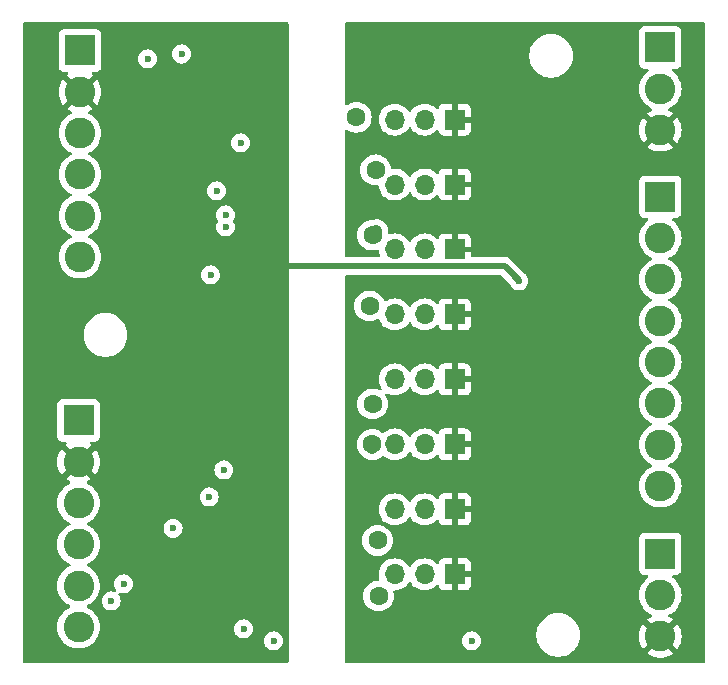
<source format=gbr>
%TF.GenerationSoftware,KiCad,Pcbnew,8.0.7*%
%TF.CreationDate,2025-01-01T13:27:56+01:00*%
%TF.ProjectId,expansion_a,65787061-6e73-4696-9f6e-5f612e6b6963,1*%
%TF.SameCoordinates,Original*%
%TF.FileFunction,Copper,L2,Inr*%
%TF.FilePolarity,Positive*%
%FSLAX46Y46*%
G04 Gerber Fmt 4.6, Leading zero omitted, Abs format (unit mm)*
G04 Created by KiCad (PCBNEW 8.0.7) date 2025-01-01 13:27:56*
%MOMM*%
%LPD*%
G01*
G04 APERTURE LIST*
%TA.AperFunction,ComponentPad*%
%ADD10R,1.700000X1.700000*%
%TD*%
%TA.AperFunction,ComponentPad*%
%ADD11O,1.700000X1.700000*%
%TD*%
%TA.AperFunction,ComponentPad*%
%ADD12R,2.600000X2.600000*%
%TD*%
%TA.AperFunction,ComponentPad*%
%ADD13C,2.600000*%
%TD*%
%TA.AperFunction,ViaPad*%
%ADD14C,0.600000*%
%TD*%
%TA.AperFunction,ViaPad*%
%ADD15C,1.600000*%
%TD*%
%TA.AperFunction,Conductor*%
%ADD16C,0.500000*%
%TD*%
%TA.AperFunction,Conductor*%
%ADD17C,1.000000*%
%TD*%
G04 APERTURE END LIST*
D10*
%TO.N,VSS*%
%TO.C,JP701*%
X105639000Y-64737000D03*
D11*
%TO.N,Net-(JP701-C)*%
X103099000Y-64737000D03*
%TO.N,Vdrive*%
X100559000Y-64737000D03*
%TD*%
D12*
%TO.N,Vdrive*%
%TO.C,J1101*%
X123037600Y-79502000D03*
D13*
%TO.N,GNDPWR*%
X123037600Y-83002000D03*
%TO.N,VSS*%
X123037600Y-86502000D03*
%TD*%
D10*
%TO.N,VSS*%
%TO.C,JP401*%
X105639000Y-48237000D03*
D11*
%TO.N,Net-(JP401-C)*%
X103099000Y-48237000D03*
%TO.N,Vdrive*%
X100559000Y-48237000D03*
%TD*%
D12*
%TO.N,/out1*%
%TO.C,J101*%
X123037600Y-49276000D03*
D13*
%TO.N,/out2*%
X123037600Y-52776000D03*
%TO.N,/out3*%
X123037600Y-56276000D03*
%TO.N,/out4*%
X123037600Y-59776000D03*
%TO.N,/out5*%
X123037600Y-63276000D03*
%TO.N,/out6*%
X123037600Y-66776000D03*
%TO.N,/out7*%
X123037600Y-70276000D03*
%TO.N,/out8*%
X123037600Y-73776000D03*
%TD*%
D12*
%TO.N,VCC*%
%TO.C,J202*%
X73914000Y-36886000D03*
D13*
%TO.N,GND*%
X73914000Y-40386000D03*
%TO.N,/Connector in/MOSI*%
X73914000Y-43886000D03*
%TO.N,/Connector in/MISO*%
X73914000Y-47386000D03*
%TO.N,/Connector in/CLK*%
X73914000Y-50886000D03*
%TO.N,/Connector in/CS*%
X73914000Y-54386000D03*
%TD*%
D12*
%TO.N,VCC*%
%TO.C,J1102*%
X73787000Y-68214000D03*
D13*
%TO.N,GND*%
X73787000Y-71714000D03*
%TO.N,/Connector out/MOSI*%
X73787000Y-75214000D03*
%TO.N,/Connector out/MISO*%
X73787000Y-78714000D03*
%TO.N,/Connector out/CLK*%
X73787000Y-82214000D03*
%TO.N,/Connector out/CS*%
X73787000Y-85714000D03*
%TD*%
D10*
%TO.N,VSS*%
%TO.C,JP601*%
X105639000Y-59237000D03*
D11*
%TO.N,Net-(JP601-C)*%
X103099000Y-59237000D03*
%TO.N,Vdrive*%
X100559000Y-59237000D03*
%TD*%
D10*
%TO.N,VSS*%
%TO.C,JP501*%
X105639000Y-53737000D03*
D11*
%TO.N,Net-(JP501-C)*%
X103099000Y-53737000D03*
%TO.N,Vdrive*%
X100559000Y-53737000D03*
%TD*%
D10*
%TO.N,VSS*%
%TO.C,JP1001*%
X105639000Y-81237000D03*
D11*
%TO.N,Net-(JP1001-C)*%
X103099000Y-81237000D03*
%TO.N,Vdrive*%
X100559000Y-81237000D03*
%TD*%
D10*
%TO.N,VSS*%
%TO.C,JP301*%
X105639000Y-42737000D03*
D11*
%TO.N,Net-(JP301-C)*%
X103099000Y-42737000D03*
%TO.N,Vdrive*%
X100559000Y-42737000D03*
%TD*%
D10*
%TO.N,VSS*%
%TO.C,JP801*%
X105639000Y-70237000D03*
D11*
%TO.N,Net-(JP801-C)*%
X103099000Y-70237000D03*
%TO.N,Vdrive*%
X100559000Y-70237000D03*
%TD*%
D10*
%TO.N,VSS*%
%TO.C,JP901*%
X105639000Y-75737000D03*
D11*
%TO.N,Net-(JP901-C)*%
X103099000Y-75737000D03*
%TO.N,Vdrive*%
X100559000Y-75737000D03*
%TD*%
D12*
%TO.N,Vdrive*%
%TO.C,J201*%
X123037600Y-36627800D03*
D13*
%TO.N,GNDPWR*%
X123037600Y-40127800D03*
%TO.N,VSS*%
X123037600Y-43627800D03*
%TD*%
D14*
%TO.N,VCC*%
X87757000Y-85867000D03*
X86091000Y-72405000D03*
X87503000Y-44719000D03*
%TO.N,GND*%
X79629000Y-72659000D03*
X79373270Y-86233000D03*
X90805000Y-64277000D03*
X90551000Y-46497000D03*
X90805000Y-82565000D03*
X111061500Y-56403000D03*
X86091000Y-53609000D03*
X80670400Y-56438800D03*
X90805000Y-58689000D03*
X90551000Y-40401000D03*
X90805000Y-76469000D03*
X84455000Y-80533000D03*
X90551000Y-52339000D03*
X90805000Y-70627000D03*
X86233000Y-49545000D03*
D15*
%TO.N,/out4*%
X98425000Y-58517000D03*
D14*
%TO.N,/Connector in/MISO*%
X76545988Y-83494979D03*
%TO.N,/Connector out/CS*%
X86233000Y-50815000D03*
%TO.N,/Connector out/CLK*%
X84851000Y-74691000D03*
X86233000Y-51831000D03*
%TO.N,/Connector out/MOSI*%
X84963000Y-55895000D03*
%TO.N,/Connector out/MISO*%
X77597000Y-82057004D03*
D15*
%TO.N,/out1*%
X97299000Y-42541631D03*
%TO.N,/out7*%
X99104518Y-78366989D03*
%TO.N,/out3*%
X98679000Y-52517000D03*
%TO.N,/out6*%
X98663598Y-70237000D03*
%TO.N,/out2*%
X98941382Y-46996548D03*
%TO.N,/out5*%
X98679000Y-66817000D03*
%TO.N,/out8*%
X99187000Y-83073000D03*
D14*
%TO.N,/set1*%
X79629000Y-37607000D03*
X82510263Y-37186263D03*
%TO.N,/set5*%
X107061000Y-86883000D03*
X90297000Y-86883000D03*
%TO.N,Net-(U101-O1)*%
X81788656Y-77358656D03*
X85471000Y-48783000D03*
%TD*%
D16*
%TO.N,GND*%
X111061500Y-56339500D02*
X109855000Y-55133000D01*
X111061500Y-56403000D02*
X111061500Y-56339500D01*
X109855000Y-55133000D02*
X90551000Y-55133000D01*
D17*
%TO.N,/out3*%
X99009000Y-52187000D02*
X98679000Y-52517000D01*
%TO.N,/out6*%
X98663598Y-70533630D02*
X98663598Y-70237000D01*
%TO.N,/out8*%
X99187000Y-83073000D02*
X99009000Y-82895000D01*
%TD*%
%TA.AperFunction,Conductor*%
%TO.N,GND*%
G36*
X91510039Y-34511185D02*
G01*
X91555794Y-34563989D01*
X91567000Y-34615500D01*
X91567000Y-88604500D01*
X91547315Y-88671539D01*
X91494511Y-88717294D01*
X91443000Y-88728500D01*
X69231500Y-88728500D01*
X69164461Y-88708815D01*
X69118706Y-88656011D01*
X69107500Y-88604500D01*
X69107500Y-75213995D01*
X71981451Y-75213995D01*
X71981451Y-75214004D01*
X72001616Y-75483101D01*
X72061664Y-75746188D01*
X72061666Y-75746195D01*
X72160257Y-75997398D01*
X72295185Y-76231102D01*
X72431080Y-76401509D01*
X72463442Y-76442089D01*
X72583075Y-76553091D01*
X72661259Y-76625635D01*
X72884226Y-76777651D01*
X72884229Y-76777652D01*
X72884230Y-76777653D01*
X73039194Y-76852280D01*
X73091053Y-76899103D01*
X73109366Y-76966530D01*
X73088318Y-77033154D01*
X73039194Y-77075720D01*
X72884230Y-77150346D01*
X72661258Y-77302365D01*
X72463442Y-77485910D01*
X72295185Y-77696898D01*
X72160258Y-77930599D01*
X72160256Y-77930603D01*
X72061666Y-78181804D01*
X72061664Y-78181811D01*
X72001616Y-78444898D01*
X71981451Y-78713995D01*
X71981451Y-78714004D01*
X72001616Y-78983101D01*
X72061664Y-79246188D01*
X72061666Y-79246195D01*
X72160257Y-79497398D01*
X72295185Y-79731102D01*
X72431080Y-79901509D01*
X72463442Y-79942089D01*
X72650183Y-80115358D01*
X72661259Y-80125635D01*
X72884226Y-80277651D01*
X72884229Y-80277652D01*
X72884230Y-80277653D01*
X73039194Y-80352280D01*
X73091053Y-80399103D01*
X73109366Y-80466530D01*
X73088318Y-80533154D01*
X73039194Y-80575720D01*
X72884230Y-80650346D01*
X72661258Y-80802365D01*
X72463442Y-80985910D01*
X72295185Y-81196898D01*
X72160258Y-81430599D01*
X72160256Y-81430603D01*
X72061666Y-81681804D01*
X72061664Y-81681811D01*
X72001616Y-81944898D01*
X71981451Y-82213995D01*
X71981451Y-82214004D01*
X72001616Y-82483101D01*
X72061664Y-82746188D01*
X72061666Y-82746195D01*
X72157956Y-82991537D01*
X72160257Y-82997398D01*
X72295185Y-83231102D01*
X72362669Y-83315724D01*
X72463442Y-83442089D01*
X72520448Y-83494982D01*
X72661259Y-83625635D01*
X72884226Y-83777651D01*
X72884229Y-83777652D01*
X72884230Y-83777653D01*
X73039194Y-83852280D01*
X73091053Y-83899103D01*
X73109366Y-83966530D01*
X73088318Y-84033154D01*
X73039194Y-84075720D01*
X72884230Y-84150346D01*
X72661258Y-84302365D01*
X72463442Y-84485910D01*
X72295185Y-84696898D01*
X72160258Y-84930599D01*
X72160256Y-84930603D01*
X72061666Y-85181804D01*
X72061664Y-85181811D01*
X72001616Y-85444898D01*
X71981451Y-85713995D01*
X71981451Y-85714004D01*
X72001616Y-85983101D01*
X72061664Y-86246188D01*
X72061666Y-86246195D01*
X72160028Y-86496816D01*
X72160257Y-86497398D01*
X72295185Y-86731102D01*
X72431080Y-86901509D01*
X72463442Y-86942089D01*
X72650183Y-87115358D01*
X72661259Y-87125635D01*
X72884226Y-87277651D01*
X73127359Y-87394738D01*
X73385228Y-87474280D01*
X73385229Y-87474280D01*
X73385232Y-87474281D01*
X73652063Y-87514499D01*
X73652068Y-87514499D01*
X73652071Y-87514500D01*
X73652072Y-87514500D01*
X73921928Y-87514500D01*
X73921929Y-87514500D01*
X73933102Y-87512816D01*
X74188767Y-87474281D01*
X74188768Y-87474280D01*
X74188772Y-87474280D01*
X74446641Y-87394738D01*
X74689775Y-87277651D01*
X74912741Y-87125635D01*
X75110561Y-86942085D01*
X75157683Y-86882996D01*
X89491435Y-86882996D01*
X89491435Y-86883003D01*
X89511630Y-87062249D01*
X89511631Y-87062254D01*
X89571211Y-87232523D01*
X89599569Y-87277654D01*
X89667184Y-87385262D01*
X89794738Y-87512816D01*
X89947478Y-87608789D01*
X90117745Y-87668368D01*
X90117750Y-87668369D01*
X90296996Y-87688565D01*
X90297000Y-87688565D01*
X90297004Y-87688565D01*
X90476249Y-87668369D01*
X90476252Y-87668368D01*
X90476255Y-87668368D01*
X90646522Y-87608789D01*
X90799262Y-87512816D01*
X90926816Y-87385262D01*
X91022789Y-87232522D01*
X91082368Y-87062255D01*
X91082369Y-87062249D01*
X91102565Y-86883003D01*
X91102565Y-86882996D01*
X91082369Y-86703750D01*
X91082368Y-86703745D01*
X91022788Y-86533476D01*
X90926815Y-86380737D01*
X90799262Y-86253184D01*
X90646523Y-86157211D01*
X90476254Y-86097631D01*
X90476249Y-86097630D01*
X90297004Y-86077435D01*
X90296996Y-86077435D01*
X90117750Y-86097630D01*
X90117745Y-86097631D01*
X89947476Y-86157211D01*
X89794737Y-86253184D01*
X89667184Y-86380737D01*
X89571211Y-86533476D01*
X89511631Y-86703745D01*
X89511630Y-86703750D01*
X89491435Y-86882996D01*
X75157683Y-86882996D01*
X75278815Y-86731102D01*
X75413743Y-86497398D01*
X75512334Y-86246195D01*
X75572383Y-85983103D01*
X75581084Y-85866996D01*
X86951435Y-85866996D01*
X86951435Y-85867003D01*
X86971630Y-86046249D01*
X86971631Y-86046254D01*
X87031211Y-86216523D01*
X87054247Y-86253184D01*
X87127184Y-86369262D01*
X87254738Y-86496816D01*
X87407478Y-86592789D01*
X87577745Y-86652368D01*
X87577750Y-86652369D01*
X87756996Y-86672565D01*
X87757000Y-86672565D01*
X87757004Y-86672565D01*
X87936249Y-86652369D01*
X87936252Y-86652368D01*
X87936255Y-86652368D01*
X88106522Y-86592789D01*
X88259262Y-86496816D01*
X88386816Y-86369262D01*
X88482789Y-86216522D01*
X88542368Y-86046255D01*
X88542369Y-86046249D01*
X88562565Y-85867003D01*
X88562565Y-85866996D01*
X88542369Y-85687750D01*
X88542368Y-85687745D01*
X88482788Y-85517476D01*
X88386815Y-85364737D01*
X88259262Y-85237184D01*
X88106523Y-85141211D01*
X87936254Y-85081631D01*
X87936249Y-85081630D01*
X87757004Y-85061435D01*
X87756996Y-85061435D01*
X87577750Y-85081630D01*
X87577745Y-85081631D01*
X87407476Y-85141211D01*
X87254737Y-85237184D01*
X87127184Y-85364737D01*
X87031211Y-85517476D01*
X86971631Y-85687745D01*
X86971630Y-85687750D01*
X86951435Y-85866996D01*
X75581084Y-85866996D01*
X75592549Y-85714000D01*
X75572383Y-85444897D01*
X75512334Y-85181805D01*
X75413743Y-84930602D01*
X75278815Y-84696898D01*
X75110561Y-84485915D01*
X75110560Y-84485914D01*
X75110557Y-84485910D01*
X74912741Y-84302365D01*
X74880448Y-84280348D01*
X74689775Y-84150349D01*
X74689769Y-84150346D01*
X74689768Y-84150345D01*
X74689767Y-84150344D01*
X74534806Y-84075720D01*
X74482946Y-84028898D01*
X74464633Y-83961471D01*
X74485681Y-83894847D01*
X74534806Y-83852280D01*
X74689767Y-83777655D01*
X74689767Y-83777654D01*
X74689775Y-83777651D01*
X74912741Y-83625635D01*
X75053559Y-83494975D01*
X75740423Y-83494975D01*
X75740423Y-83494982D01*
X75760618Y-83674228D01*
X75760619Y-83674233D01*
X75820199Y-83844502D01*
X75893696Y-83961471D01*
X75916172Y-83997241D01*
X76043726Y-84124795D01*
X76196466Y-84220768D01*
X76366733Y-84280347D01*
X76366738Y-84280348D01*
X76545984Y-84300544D01*
X76545988Y-84300544D01*
X76545992Y-84300544D01*
X76725237Y-84280348D01*
X76725240Y-84280347D01*
X76725243Y-84280347D01*
X76895510Y-84220768D01*
X77048250Y-84124795D01*
X77175804Y-83997241D01*
X77271777Y-83844501D01*
X77331356Y-83674234D01*
X77351553Y-83494979D01*
X77345593Y-83442085D01*
X77331357Y-83315729D01*
X77331356Y-83315724D01*
X77301745Y-83231101D01*
X77271777Y-83145457D01*
X77175804Y-82992717D01*
X77175802Y-82992715D01*
X77175062Y-82991537D01*
X77156062Y-82924301D01*
X77176429Y-82857465D01*
X77229697Y-82812251D01*
X77298954Y-82803013D01*
X77321011Y-82808524D01*
X77417737Y-82842370D01*
X77417743Y-82842371D01*
X77417745Y-82842372D01*
X77417746Y-82842372D01*
X77417750Y-82842373D01*
X77596996Y-82862569D01*
X77597000Y-82862569D01*
X77597004Y-82862569D01*
X77776249Y-82842373D01*
X77776252Y-82842372D01*
X77776255Y-82842372D01*
X77946522Y-82782793D01*
X78099262Y-82686820D01*
X78226816Y-82559266D01*
X78322789Y-82406526D01*
X78382368Y-82236259D01*
X78402565Y-82057004D01*
X78382368Y-81877749D01*
X78322789Y-81707482D01*
X78306654Y-81681804D01*
X78226815Y-81554741D01*
X78099262Y-81427188D01*
X77946523Y-81331215D01*
X77776254Y-81271635D01*
X77776249Y-81271634D01*
X77597004Y-81251439D01*
X77596996Y-81251439D01*
X77417750Y-81271634D01*
X77417745Y-81271635D01*
X77247476Y-81331215D01*
X77094737Y-81427188D01*
X76967184Y-81554741D01*
X76871211Y-81707480D01*
X76811631Y-81877749D01*
X76811630Y-81877754D01*
X76791435Y-82057000D01*
X76791435Y-82057007D01*
X76811630Y-82236253D01*
X76811631Y-82236258D01*
X76871211Y-82406527D01*
X76967925Y-82560445D01*
X76986925Y-82627681D01*
X76966557Y-82694517D01*
X76913290Y-82739731D01*
X76844033Y-82748969D01*
X76821977Y-82743459D01*
X76725245Y-82709611D01*
X76725237Y-82709609D01*
X76545992Y-82689414D01*
X76545984Y-82689414D01*
X76366738Y-82709609D01*
X76366733Y-82709610D01*
X76196464Y-82769190D01*
X76043725Y-82865163D01*
X75916172Y-82992716D01*
X75820199Y-83145455D01*
X75760619Y-83315724D01*
X75760618Y-83315729D01*
X75740423Y-83494975D01*
X75053559Y-83494975D01*
X75110561Y-83442085D01*
X75278815Y-83231102D01*
X75413743Y-82997398D01*
X75512334Y-82746195D01*
X75572383Y-82483103D01*
X75590881Y-82236258D01*
X75592549Y-82214004D01*
X75592549Y-82213995D01*
X75572383Y-81944898D01*
X75557057Y-81877749D01*
X75512334Y-81681805D01*
X75413743Y-81430602D01*
X75278815Y-81196898D01*
X75110561Y-80985915D01*
X75110560Y-80985914D01*
X75110557Y-80985910D01*
X74912741Y-80802365D01*
X74689775Y-80650349D01*
X74689769Y-80650346D01*
X74689768Y-80650345D01*
X74689767Y-80650344D01*
X74534806Y-80575720D01*
X74482946Y-80528898D01*
X74464633Y-80461471D01*
X74485681Y-80394847D01*
X74534806Y-80352280D01*
X74689767Y-80277655D01*
X74689767Y-80277654D01*
X74689775Y-80277651D01*
X74912741Y-80125635D01*
X75110561Y-79942085D01*
X75278815Y-79731102D01*
X75413743Y-79497398D01*
X75512334Y-79246195D01*
X75572383Y-78983103D01*
X75592549Y-78714000D01*
X75572383Y-78444897D01*
X75512334Y-78181805D01*
X75413743Y-77930602D01*
X75278815Y-77696898D01*
X75110561Y-77485915D01*
X75110560Y-77485914D01*
X75110557Y-77485910D01*
X74973404Y-77358652D01*
X80983091Y-77358652D01*
X80983091Y-77358659D01*
X81003286Y-77537905D01*
X81003287Y-77537910D01*
X81062867Y-77708179D01*
X81158840Y-77860918D01*
X81286394Y-77988472D01*
X81439134Y-78084445D01*
X81609401Y-78144024D01*
X81609406Y-78144025D01*
X81788652Y-78164221D01*
X81788656Y-78164221D01*
X81788660Y-78164221D01*
X81967905Y-78144025D01*
X81967908Y-78144024D01*
X81967911Y-78144024D01*
X82138178Y-78084445D01*
X82290918Y-77988472D01*
X82418472Y-77860918D01*
X82514445Y-77708178D01*
X82574024Y-77537911D01*
X82574025Y-77537905D01*
X82594221Y-77358659D01*
X82594221Y-77358652D01*
X82574025Y-77179406D01*
X82574024Y-77179401D01*
X82563857Y-77150345D01*
X82514445Y-77009134D01*
X82418472Y-76856394D01*
X82290918Y-76728840D01*
X82138179Y-76632867D01*
X81967910Y-76573287D01*
X81967905Y-76573286D01*
X81788660Y-76553091D01*
X81788652Y-76553091D01*
X81609406Y-76573286D01*
X81609401Y-76573287D01*
X81439132Y-76632867D01*
X81286393Y-76728840D01*
X81158840Y-76856393D01*
X81062867Y-77009132D01*
X81003287Y-77179401D01*
X81003286Y-77179406D01*
X80983091Y-77358652D01*
X74973404Y-77358652D01*
X74912741Y-77302365D01*
X74689775Y-77150349D01*
X74689769Y-77150346D01*
X74689768Y-77150345D01*
X74689767Y-77150344D01*
X74534806Y-77075720D01*
X74482946Y-77028898D01*
X74464633Y-76961471D01*
X74485681Y-76894847D01*
X74534806Y-76852280D01*
X74689767Y-76777655D01*
X74689767Y-76777654D01*
X74689775Y-76777651D01*
X74912741Y-76625635D01*
X75110561Y-76442085D01*
X75278815Y-76231102D01*
X75413743Y-75997398D01*
X75512334Y-75746195D01*
X75572383Y-75483103D01*
X75579105Y-75393402D01*
X75592549Y-75214004D01*
X75592549Y-75213995D01*
X75572383Y-74944898D01*
X75514433Y-74691003D01*
X75514431Y-74690996D01*
X84045435Y-74690996D01*
X84045435Y-74691003D01*
X84065630Y-74870249D01*
X84065631Y-74870254D01*
X84125211Y-75040523D01*
X84221184Y-75193262D01*
X84348738Y-75320816D01*
X84501478Y-75416789D01*
X84671745Y-75476368D01*
X84671750Y-75476369D01*
X84850996Y-75496565D01*
X84851000Y-75496565D01*
X84851004Y-75496565D01*
X85030249Y-75476369D01*
X85030252Y-75476368D01*
X85030255Y-75476368D01*
X85200522Y-75416789D01*
X85353262Y-75320816D01*
X85480816Y-75193262D01*
X85576789Y-75040522D01*
X85636368Y-74870255D01*
X85656565Y-74691000D01*
X85636368Y-74511745D01*
X85576789Y-74341478D01*
X85480816Y-74188738D01*
X85353262Y-74061184D01*
X85200523Y-73965211D01*
X85030254Y-73905631D01*
X85030249Y-73905630D01*
X84851004Y-73885435D01*
X84850996Y-73885435D01*
X84671750Y-73905630D01*
X84671745Y-73905631D01*
X84501476Y-73965211D01*
X84348737Y-74061184D01*
X84221184Y-74188737D01*
X84125211Y-74341476D01*
X84065631Y-74511745D01*
X84065630Y-74511750D01*
X84045435Y-74690996D01*
X75514431Y-74690996D01*
X75512334Y-74681805D01*
X75413743Y-74430602D01*
X75278815Y-74196898D01*
X75110561Y-73985915D01*
X75110560Y-73985914D01*
X75110557Y-73985910D01*
X74912741Y-73802365D01*
X74689775Y-73650349D01*
X74689772Y-73650348D01*
X74689770Y-73650346D01*
X74534229Y-73575442D01*
X74482370Y-73528620D01*
X74464057Y-73461193D01*
X74485105Y-73394569D01*
X74534230Y-73352002D01*
X74689516Y-73277221D01*
X74689517Y-73277220D01*
X74872150Y-73152703D01*
X74034487Y-72315041D01*
X74094890Y-72290022D01*
X74201351Y-72218888D01*
X74291888Y-72128351D01*
X74363022Y-72021890D01*
X74388041Y-71961487D01*
X75224703Y-72798150D01*
X75224704Y-72798149D01*
X75278400Y-72730818D01*
X75413290Y-72497181D01*
X75449470Y-72404996D01*
X85285435Y-72404996D01*
X85285435Y-72405003D01*
X85305630Y-72584249D01*
X85305631Y-72584254D01*
X85365211Y-72754523D01*
X85392624Y-72798150D01*
X85461184Y-72907262D01*
X85588738Y-73034816D01*
X85741478Y-73130789D01*
X85804105Y-73152703D01*
X85911745Y-73190368D01*
X85911750Y-73190369D01*
X86090996Y-73210565D01*
X86091000Y-73210565D01*
X86091004Y-73210565D01*
X86270249Y-73190369D01*
X86270252Y-73190368D01*
X86270255Y-73190368D01*
X86440522Y-73130789D01*
X86593262Y-73034816D01*
X86720816Y-72907262D01*
X86816789Y-72754522D01*
X86876368Y-72584255D01*
X86896565Y-72405000D01*
X86891945Y-72364000D01*
X86876369Y-72225750D01*
X86876368Y-72225745D01*
X86842288Y-72128351D01*
X86816789Y-72055478D01*
X86720816Y-71902738D01*
X86593262Y-71775184D01*
X86495895Y-71714004D01*
X86440523Y-71679211D01*
X86270254Y-71619631D01*
X86270249Y-71619630D01*
X86091004Y-71599435D01*
X86090996Y-71599435D01*
X85911750Y-71619630D01*
X85911745Y-71619631D01*
X85741476Y-71679211D01*
X85588737Y-71775184D01*
X85461184Y-71902737D01*
X85365211Y-72055476D01*
X85305631Y-72225745D01*
X85305630Y-72225750D01*
X85285435Y-72404996D01*
X75449470Y-72404996D01*
X75511851Y-72246052D01*
X75511857Y-72246033D01*
X75571886Y-71983028D01*
X75571886Y-71983026D01*
X75592047Y-71714004D01*
X75592047Y-71713995D01*
X75571886Y-71444973D01*
X75571886Y-71444971D01*
X75511857Y-71181966D01*
X75511851Y-71181947D01*
X75413290Y-70930818D01*
X75413291Y-70930818D01*
X75278400Y-70697182D01*
X75278393Y-70697171D01*
X75224704Y-70629849D01*
X75224703Y-70629848D01*
X74388041Y-71466511D01*
X74363022Y-71406110D01*
X74291888Y-71299649D01*
X74201351Y-71209112D01*
X74094890Y-71137978D01*
X74034488Y-71112958D01*
X74872150Y-70275295D01*
X74821779Y-70240953D01*
X74777477Y-70186924D01*
X74769417Y-70117521D01*
X74800160Y-70054778D01*
X74859943Y-70018616D01*
X74891629Y-70014499D01*
X75134872Y-70014499D01*
X75194483Y-70008091D01*
X75329331Y-69957796D01*
X75444546Y-69871546D01*
X75530796Y-69756331D01*
X75581091Y-69621483D01*
X75587500Y-69561873D01*
X75587499Y-66866128D01*
X75581091Y-66806517D01*
X75530796Y-66671669D01*
X75530795Y-66671668D01*
X75530793Y-66671664D01*
X75444547Y-66556455D01*
X75444544Y-66556452D01*
X75329335Y-66470206D01*
X75329328Y-66470202D01*
X75194482Y-66419908D01*
X75194483Y-66419908D01*
X75134883Y-66413501D01*
X75134881Y-66413500D01*
X75134873Y-66413500D01*
X75134864Y-66413500D01*
X72439129Y-66413500D01*
X72439123Y-66413501D01*
X72379516Y-66419908D01*
X72244671Y-66470202D01*
X72244664Y-66470206D01*
X72129455Y-66556452D01*
X72129452Y-66556455D01*
X72043206Y-66671664D01*
X72043202Y-66671671D01*
X71992908Y-66806517D01*
X71986501Y-66866116D01*
X71986501Y-66866123D01*
X71986500Y-66866135D01*
X71986500Y-69561870D01*
X71986501Y-69561876D01*
X71992908Y-69621483D01*
X72043202Y-69756328D01*
X72043206Y-69756335D01*
X72129452Y-69871544D01*
X72129455Y-69871547D01*
X72244664Y-69957793D01*
X72244671Y-69957797D01*
X72289618Y-69974561D01*
X72379517Y-70008091D01*
X72439127Y-70014500D01*
X72682369Y-70014499D01*
X72749406Y-70034183D01*
X72795161Y-70086987D01*
X72805105Y-70156146D01*
X72776080Y-70219701D01*
X72752219Y-70240952D01*
X72701848Y-70275294D01*
X73539512Y-71112958D01*
X73479110Y-71137978D01*
X73372649Y-71209112D01*
X73282112Y-71299649D01*
X73210978Y-71406110D01*
X73185958Y-71466511D01*
X72349294Y-70629848D01*
X72295602Y-70697177D01*
X72160709Y-70930818D01*
X72062148Y-71181947D01*
X72062142Y-71181966D01*
X72002113Y-71444971D01*
X72002113Y-71444973D01*
X71981953Y-71713995D01*
X71981953Y-71714004D01*
X72002113Y-71983026D01*
X72002113Y-71983028D01*
X72062142Y-72246033D01*
X72062148Y-72246052D01*
X72160709Y-72497181D01*
X72160708Y-72497181D01*
X72295600Y-72730818D01*
X72349294Y-72798150D01*
X72349295Y-72798150D01*
X73185958Y-71961487D01*
X73210978Y-72021890D01*
X73282112Y-72128351D01*
X73372649Y-72218888D01*
X73479110Y-72290022D01*
X73539511Y-72315041D01*
X72701848Y-73152703D01*
X72884476Y-73277216D01*
X72884484Y-73277221D01*
X73039770Y-73352002D01*
X73091630Y-73398824D01*
X73109943Y-73466251D01*
X73088895Y-73532875D01*
X73039771Y-73575442D01*
X72884230Y-73650346D01*
X72661258Y-73802365D01*
X72463442Y-73985910D01*
X72295185Y-74196898D01*
X72160258Y-74430599D01*
X72160256Y-74430603D01*
X72061666Y-74681804D01*
X72061664Y-74681811D01*
X72001616Y-74944898D01*
X71981451Y-75213995D01*
X69107500Y-75213995D01*
X69107500Y-60853711D01*
X74222500Y-60853711D01*
X74222500Y-61096288D01*
X74254161Y-61336785D01*
X74316947Y-61571104D01*
X74409773Y-61795205D01*
X74409776Y-61795212D01*
X74531064Y-62005289D01*
X74531066Y-62005292D01*
X74531067Y-62005293D01*
X74678733Y-62197736D01*
X74678739Y-62197743D01*
X74850256Y-62369260D01*
X74850262Y-62369265D01*
X75042711Y-62516936D01*
X75252788Y-62638224D01*
X75476900Y-62731054D01*
X75711211Y-62793838D01*
X75891586Y-62817584D01*
X75951711Y-62825500D01*
X75951712Y-62825500D01*
X76194289Y-62825500D01*
X76242388Y-62819167D01*
X76434789Y-62793838D01*
X76669100Y-62731054D01*
X76893212Y-62638224D01*
X77103289Y-62516936D01*
X77295738Y-62369265D01*
X77467265Y-62197738D01*
X77614936Y-62005289D01*
X77736224Y-61795212D01*
X77829054Y-61571100D01*
X77891838Y-61336789D01*
X77923500Y-61096288D01*
X77923500Y-60853712D01*
X77891838Y-60613211D01*
X77829054Y-60378900D01*
X77736224Y-60154788D01*
X77614936Y-59944711D01*
X77467265Y-59752262D01*
X77467260Y-59752256D01*
X77295743Y-59580739D01*
X77295736Y-59580733D01*
X77103293Y-59433067D01*
X77103292Y-59433066D01*
X77103289Y-59433064D01*
X76893212Y-59311776D01*
X76893205Y-59311773D01*
X76669104Y-59218947D01*
X76434785Y-59156161D01*
X76194289Y-59124500D01*
X76194288Y-59124500D01*
X75951712Y-59124500D01*
X75951711Y-59124500D01*
X75711214Y-59156161D01*
X75476895Y-59218947D01*
X75252794Y-59311773D01*
X75252785Y-59311777D01*
X75042706Y-59433067D01*
X74850263Y-59580733D01*
X74850256Y-59580739D01*
X74678739Y-59752256D01*
X74678733Y-59752263D01*
X74531067Y-59944706D01*
X74409777Y-60154785D01*
X74409773Y-60154794D01*
X74316947Y-60378895D01*
X74254161Y-60613214D01*
X74222500Y-60853711D01*
X69107500Y-60853711D01*
X69107500Y-43885995D01*
X72108451Y-43885995D01*
X72108451Y-43886004D01*
X72128616Y-44155101D01*
X72188664Y-44418188D01*
X72188666Y-44418195D01*
X72287257Y-44669398D01*
X72422185Y-44903102D01*
X72554104Y-45068522D01*
X72590442Y-45114089D01*
X72705948Y-45221262D01*
X72788259Y-45297635D01*
X73011226Y-45449651D01*
X73011229Y-45449652D01*
X73011230Y-45449653D01*
X73166194Y-45524280D01*
X73218053Y-45571103D01*
X73236366Y-45638530D01*
X73215318Y-45705154D01*
X73166194Y-45747720D01*
X73011230Y-45822346D01*
X72788258Y-45974365D01*
X72590442Y-46157910D01*
X72422185Y-46368898D01*
X72287258Y-46602599D01*
X72287256Y-46602603D01*
X72188666Y-46853804D01*
X72188664Y-46853811D01*
X72128616Y-47116898D01*
X72108451Y-47385995D01*
X72108451Y-47386004D01*
X72128616Y-47655101D01*
X72188664Y-47918188D01*
X72188666Y-47918195D01*
X72287257Y-48169398D01*
X72422185Y-48403102D01*
X72558080Y-48573509D01*
X72590442Y-48614089D01*
X72772482Y-48782996D01*
X72788259Y-48797635D01*
X73011226Y-48949651D01*
X73011229Y-48949652D01*
X73011230Y-48949653D01*
X73166194Y-49024280D01*
X73218053Y-49071103D01*
X73236366Y-49138530D01*
X73215318Y-49205154D01*
X73166194Y-49247720D01*
X73011230Y-49322346D01*
X72788258Y-49474365D01*
X72590442Y-49657910D01*
X72422185Y-49868898D01*
X72287258Y-50102599D01*
X72287256Y-50102603D01*
X72188666Y-50353804D01*
X72188664Y-50353811D01*
X72128616Y-50616898D01*
X72108451Y-50885995D01*
X72108451Y-50886004D01*
X72128616Y-51155101D01*
X72188664Y-51418188D01*
X72188666Y-51418195D01*
X72280330Y-51651750D01*
X72287257Y-51669398D01*
X72422185Y-51903102D01*
X72507637Y-52010255D01*
X72590442Y-52114089D01*
X72777183Y-52287358D01*
X72788259Y-52297635D01*
X73011226Y-52449651D01*
X73011229Y-52449652D01*
X73011230Y-52449653D01*
X73166194Y-52524280D01*
X73218053Y-52571103D01*
X73236366Y-52638530D01*
X73215318Y-52705154D01*
X73166194Y-52747720D01*
X73011230Y-52822346D01*
X72788258Y-52974365D01*
X72590442Y-53157910D01*
X72422185Y-53368898D01*
X72287258Y-53602599D01*
X72287256Y-53602603D01*
X72188666Y-53853804D01*
X72188664Y-53853811D01*
X72128616Y-54116898D01*
X72108451Y-54385995D01*
X72108451Y-54386004D01*
X72128616Y-54655101D01*
X72188664Y-54918188D01*
X72188666Y-54918195D01*
X72287183Y-55169211D01*
X72287257Y-55169398D01*
X72422185Y-55403102D01*
X72535725Y-55545476D01*
X72590442Y-55614089D01*
X72777183Y-55787358D01*
X72788259Y-55797635D01*
X73011226Y-55949651D01*
X73254359Y-56066738D01*
X73512228Y-56146280D01*
X73512229Y-56146280D01*
X73512232Y-56146281D01*
X73779063Y-56186499D01*
X73779068Y-56186499D01*
X73779071Y-56186500D01*
X73779072Y-56186500D01*
X74048928Y-56186500D01*
X74048929Y-56186500D01*
X74048936Y-56186499D01*
X74315767Y-56146281D01*
X74315768Y-56146280D01*
X74315772Y-56146280D01*
X74573641Y-56066738D01*
X74816775Y-55949651D01*
X74896939Y-55894996D01*
X84157435Y-55894996D01*
X84157435Y-55895003D01*
X84177630Y-56074249D01*
X84177631Y-56074254D01*
X84237211Y-56244523D01*
X84333184Y-56397262D01*
X84460738Y-56524816D01*
X84613478Y-56620789D01*
X84783745Y-56680368D01*
X84783750Y-56680369D01*
X84962996Y-56700565D01*
X84963000Y-56700565D01*
X84963004Y-56700565D01*
X85142249Y-56680369D01*
X85142252Y-56680368D01*
X85142255Y-56680368D01*
X85312522Y-56620789D01*
X85465262Y-56524816D01*
X85592816Y-56397262D01*
X85688789Y-56244522D01*
X85748368Y-56074255D01*
X85749215Y-56066737D01*
X85768565Y-55895003D01*
X85768565Y-55894996D01*
X85748369Y-55715750D01*
X85748368Y-55715745D01*
X85712797Y-55614089D01*
X85688789Y-55545478D01*
X85592816Y-55392738D01*
X85465262Y-55265184D01*
X85312523Y-55169211D01*
X85142254Y-55109631D01*
X85142249Y-55109630D01*
X84963004Y-55089435D01*
X84962996Y-55089435D01*
X84783750Y-55109630D01*
X84783745Y-55109631D01*
X84613476Y-55169211D01*
X84460737Y-55265184D01*
X84333184Y-55392737D01*
X84237211Y-55545476D01*
X84177631Y-55715745D01*
X84177630Y-55715750D01*
X84157435Y-55894996D01*
X74896939Y-55894996D01*
X75039741Y-55797635D01*
X75237561Y-55614085D01*
X75405815Y-55403102D01*
X75540743Y-55169398D01*
X75639334Y-54918195D01*
X75699383Y-54655103D01*
X75719549Y-54386000D01*
X75699383Y-54116897D01*
X75639334Y-53853805D01*
X75540743Y-53602602D01*
X75405815Y-53368898D01*
X75237561Y-53157915D01*
X75237560Y-53157914D01*
X75237557Y-53157910D01*
X75039741Y-52974365D01*
X74816775Y-52822349D01*
X74816769Y-52822346D01*
X74816768Y-52822345D01*
X74816767Y-52822344D01*
X74661806Y-52747720D01*
X74609946Y-52700898D01*
X74591633Y-52633471D01*
X74612681Y-52566847D01*
X74661806Y-52524280D01*
X74816767Y-52449655D01*
X74816767Y-52449654D01*
X74816775Y-52449651D01*
X75039741Y-52297635D01*
X75237561Y-52114085D01*
X75405815Y-51903102D01*
X75540743Y-51669398D01*
X75639334Y-51418195D01*
X75699383Y-51155103D01*
X75719549Y-50886000D01*
X75714228Y-50815000D01*
X75714228Y-50814996D01*
X85427435Y-50814996D01*
X85427435Y-50815003D01*
X85447630Y-50994249D01*
X85447631Y-50994254D01*
X85507211Y-51164523D01*
X85565336Y-51257028D01*
X85584336Y-51324265D01*
X85565336Y-51388972D01*
X85507211Y-51481476D01*
X85447631Y-51651745D01*
X85447630Y-51651750D01*
X85427435Y-51830996D01*
X85427435Y-51831003D01*
X85447630Y-52010249D01*
X85447631Y-52010254D01*
X85507211Y-52180523D01*
X85580797Y-52297634D01*
X85603184Y-52333262D01*
X85730738Y-52460816D01*
X85883478Y-52556789D01*
X86053745Y-52616368D01*
X86053750Y-52616369D01*
X86232996Y-52636565D01*
X86233000Y-52636565D01*
X86233004Y-52636565D01*
X86412249Y-52616369D01*
X86412252Y-52616368D01*
X86412255Y-52616368D01*
X86582522Y-52556789D01*
X86735262Y-52460816D01*
X86862816Y-52333262D01*
X86958789Y-52180522D01*
X87018368Y-52010255D01*
X87030441Y-51903102D01*
X87038565Y-51831003D01*
X87038565Y-51830996D01*
X87018369Y-51651750D01*
X87018368Y-51651745D01*
X86958788Y-51481475D01*
X86900664Y-51388973D01*
X86881663Y-51321736D01*
X86900664Y-51257027D01*
X86958788Y-51164524D01*
X86962085Y-51155103D01*
X87018368Y-50994255D01*
X87030565Y-50886004D01*
X87038565Y-50815003D01*
X87038565Y-50814996D01*
X87018369Y-50635750D01*
X87018368Y-50635745D01*
X86958788Y-50465476D01*
X86888620Y-50353805D01*
X86862816Y-50312738D01*
X86735262Y-50185184D01*
X86582523Y-50089211D01*
X86412254Y-50029631D01*
X86412249Y-50029630D01*
X86233004Y-50009435D01*
X86232996Y-50009435D01*
X86053750Y-50029630D01*
X86053745Y-50029631D01*
X85883476Y-50089211D01*
X85730737Y-50185184D01*
X85603184Y-50312737D01*
X85507211Y-50465476D01*
X85447631Y-50635745D01*
X85447630Y-50635750D01*
X85427435Y-50814996D01*
X75714228Y-50814996D01*
X75699383Y-50616898D01*
X75699383Y-50616897D01*
X75639334Y-50353805D01*
X75540743Y-50102602D01*
X75405815Y-49868898D01*
X75237561Y-49657915D01*
X75237560Y-49657914D01*
X75237557Y-49657910D01*
X75039741Y-49474365D01*
X74949465Y-49412816D01*
X74816775Y-49322349D01*
X74816769Y-49322346D01*
X74816768Y-49322345D01*
X74816767Y-49322344D01*
X74661806Y-49247720D01*
X74609946Y-49200898D01*
X74591633Y-49133471D01*
X74612681Y-49066847D01*
X74661806Y-49024280D01*
X74816767Y-48949655D01*
X74816767Y-48949654D01*
X74816775Y-48949651D01*
X75039741Y-48797635D01*
X75055518Y-48782996D01*
X84665435Y-48782996D01*
X84665435Y-48783003D01*
X84685630Y-48962249D01*
X84685631Y-48962254D01*
X84745211Y-49132523D01*
X84817595Y-49247720D01*
X84841184Y-49285262D01*
X84968738Y-49412816D01*
X85121478Y-49508789D01*
X85291745Y-49568368D01*
X85291750Y-49568369D01*
X85470996Y-49588565D01*
X85471000Y-49588565D01*
X85471004Y-49588565D01*
X85650249Y-49568369D01*
X85650252Y-49568368D01*
X85650255Y-49568368D01*
X85820522Y-49508789D01*
X85973262Y-49412816D01*
X86100816Y-49285262D01*
X86196789Y-49132522D01*
X86256368Y-48962255D01*
X86276565Y-48783000D01*
X86257533Y-48614089D01*
X86256369Y-48603750D01*
X86256368Y-48603745D01*
X86196788Y-48433476D01*
X86100815Y-48280737D01*
X85973262Y-48153184D01*
X85820523Y-48057211D01*
X85650254Y-47997631D01*
X85650249Y-47997630D01*
X85471004Y-47977435D01*
X85470996Y-47977435D01*
X85291750Y-47997630D01*
X85291745Y-47997631D01*
X85121476Y-48057211D01*
X84968737Y-48153184D01*
X84841184Y-48280737D01*
X84745211Y-48433476D01*
X84685631Y-48603745D01*
X84685630Y-48603750D01*
X84665435Y-48782996D01*
X75055518Y-48782996D01*
X75237561Y-48614085D01*
X75405815Y-48403102D01*
X75540743Y-48169398D01*
X75639334Y-47918195D01*
X75699383Y-47655103D01*
X75719549Y-47386000D01*
X75699383Y-47116897D01*
X75639334Y-46853805D01*
X75540743Y-46602602D01*
X75405815Y-46368898D01*
X75237561Y-46157915D01*
X75237560Y-46157914D01*
X75237557Y-46157910D01*
X75039741Y-45974365D01*
X74816775Y-45822349D01*
X74816769Y-45822346D01*
X74816768Y-45822345D01*
X74816767Y-45822344D01*
X74661806Y-45747720D01*
X74609946Y-45700898D01*
X74591633Y-45633471D01*
X74612681Y-45566847D01*
X74661806Y-45524280D01*
X74816767Y-45449655D01*
X74816767Y-45449654D01*
X74816775Y-45449651D01*
X75039741Y-45297635D01*
X75237561Y-45114085D01*
X75405815Y-44903102D01*
X75512108Y-44718996D01*
X86697435Y-44718996D01*
X86697435Y-44719003D01*
X86717630Y-44898249D01*
X86717631Y-44898254D01*
X86777211Y-45068523D01*
X86873184Y-45221262D01*
X87000738Y-45348816D01*
X87153478Y-45444789D01*
X87323745Y-45504368D01*
X87323750Y-45504369D01*
X87502996Y-45524565D01*
X87503000Y-45524565D01*
X87503004Y-45524565D01*
X87682249Y-45504369D01*
X87682252Y-45504368D01*
X87682255Y-45504368D01*
X87852522Y-45444789D01*
X88005262Y-45348816D01*
X88132816Y-45221262D01*
X88228789Y-45068522D01*
X88288368Y-44898255D01*
X88308565Y-44719000D01*
X88302976Y-44669400D01*
X88288369Y-44539750D01*
X88288368Y-44539745D01*
X88228788Y-44369476D01*
X88132815Y-44216737D01*
X88005262Y-44089184D01*
X87852523Y-43993211D01*
X87682254Y-43933631D01*
X87682249Y-43933630D01*
X87503004Y-43913435D01*
X87502996Y-43913435D01*
X87323750Y-43933630D01*
X87323745Y-43933631D01*
X87153476Y-43993211D01*
X87000737Y-44089184D01*
X86873184Y-44216737D01*
X86777211Y-44369476D01*
X86717631Y-44539745D01*
X86717630Y-44539750D01*
X86697435Y-44718996D01*
X75512108Y-44718996D01*
X75540743Y-44669398D01*
X75639334Y-44418195D01*
X75699383Y-44155103D01*
X75719549Y-43886000D01*
X75699383Y-43616897D01*
X75639334Y-43353805D01*
X75540743Y-43102602D01*
X75405815Y-42868898D01*
X75237561Y-42657915D01*
X75237560Y-42657914D01*
X75237557Y-42657910D01*
X75039741Y-42474365D01*
X74816775Y-42322349D01*
X74816772Y-42322348D01*
X74816770Y-42322346D01*
X74661229Y-42247442D01*
X74609370Y-42200620D01*
X74591057Y-42133193D01*
X74612105Y-42066569D01*
X74661230Y-42024002D01*
X74816516Y-41949221D01*
X74816517Y-41949220D01*
X74999150Y-41824703D01*
X74161487Y-40987041D01*
X74221890Y-40962022D01*
X74328351Y-40890888D01*
X74418888Y-40800351D01*
X74490022Y-40693890D01*
X74515041Y-40633487D01*
X75351703Y-41470150D01*
X75351704Y-41470149D01*
X75405400Y-41402818D01*
X75540290Y-41169181D01*
X75638851Y-40918052D01*
X75638857Y-40918033D01*
X75698886Y-40655028D01*
X75698886Y-40655026D01*
X75719047Y-40386004D01*
X75719047Y-40385995D01*
X75698886Y-40116973D01*
X75698886Y-40116971D01*
X75638857Y-39853966D01*
X75638851Y-39853947D01*
X75540290Y-39602818D01*
X75540291Y-39602818D01*
X75405400Y-39369182D01*
X75405393Y-39369171D01*
X75351704Y-39301849D01*
X75351703Y-39301848D01*
X74515041Y-40138511D01*
X74490022Y-40078110D01*
X74418888Y-39971649D01*
X74328351Y-39881112D01*
X74221890Y-39809978D01*
X74161488Y-39784958D01*
X74999150Y-38947295D01*
X74948779Y-38912953D01*
X74904477Y-38858924D01*
X74896417Y-38789521D01*
X74927160Y-38726778D01*
X74986943Y-38690616D01*
X75018629Y-38686499D01*
X75261872Y-38686499D01*
X75321483Y-38680091D01*
X75456331Y-38629796D01*
X75571546Y-38543546D01*
X75657796Y-38428331D01*
X75708091Y-38293483D01*
X75714500Y-38233873D01*
X75714500Y-37606996D01*
X78823435Y-37606996D01*
X78823435Y-37607003D01*
X78843630Y-37786249D01*
X78843631Y-37786254D01*
X78903211Y-37956523D01*
X78912705Y-37971632D01*
X78999184Y-38109262D01*
X79126738Y-38236816D01*
X79279478Y-38332789D01*
X79449745Y-38392368D01*
X79449750Y-38392369D01*
X79628996Y-38412565D01*
X79629000Y-38412565D01*
X79629004Y-38412565D01*
X79808249Y-38392369D01*
X79808252Y-38392368D01*
X79808255Y-38392368D01*
X79978522Y-38332789D01*
X80131262Y-38236816D01*
X80258816Y-38109262D01*
X80354789Y-37956522D01*
X80414368Y-37786255D01*
X80414369Y-37786249D01*
X80434565Y-37607003D01*
X80434565Y-37606996D01*
X80414369Y-37427750D01*
X80414368Y-37427745D01*
X80354788Y-37257476D01*
X80310039Y-37186259D01*
X81704698Y-37186259D01*
X81704698Y-37186266D01*
X81724893Y-37365512D01*
X81724894Y-37365517D01*
X81784474Y-37535786D01*
X81829219Y-37606996D01*
X81880447Y-37688525D01*
X82008001Y-37816079D01*
X82160741Y-37912052D01*
X82287829Y-37956522D01*
X82331008Y-37971631D01*
X82331013Y-37971632D01*
X82510259Y-37991828D01*
X82510263Y-37991828D01*
X82510267Y-37991828D01*
X82689512Y-37971632D01*
X82689515Y-37971631D01*
X82689518Y-37971631D01*
X82859785Y-37912052D01*
X83012525Y-37816079D01*
X83140079Y-37688525D01*
X83236052Y-37535785D01*
X83295631Y-37365518D01*
X83307804Y-37257478D01*
X83315828Y-37186266D01*
X83315828Y-37186259D01*
X83295632Y-37007013D01*
X83295631Y-37007008D01*
X83236051Y-36836739D01*
X83140078Y-36684000D01*
X83012525Y-36556447D01*
X82859786Y-36460474D01*
X82689517Y-36400894D01*
X82689512Y-36400893D01*
X82510267Y-36380698D01*
X82510259Y-36380698D01*
X82331013Y-36400893D01*
X82331008Y-36400894D01*
X82160739Y-36460474D01*
X82008000Y-36556447D01*
X81880447Y-36684000D01*
X81784474Y-36836739D01*
X81724894Y-37007008D01*
X81724893Y-37007013D01*
X81704698Y-37186259D01*
X80310039Y-37186259D01*
X80258815Y-37104737D01*
X80131262Y-36977184D01*
X79978523Y-36881211D01*
X79808254Y-36821631D01*
X79808249Y-36821630D01*
X79629004Y-36801435D01*
X79628996Y-36801435D01*
X79449750Y-36821630D01*
X79449745Y-36821631D01*
X79279476Y-36881211D01*
X79126737Y-36977184D01*
X78999184Y-37104737D01*
X78903211Y-37257476D01*
X78843631Y-37427745D01*
X78843630Y-37427750D01*
X78823435Y-37606996D01*
X75714500Y-37606996D01*
X75714499Y-35538128D01*
X75708091Y-35478517D01*
X75657796Y-35343669D01*
X75657795Y-35343668D01*
X75657793Y-35343664D01*
X75571547Y-35228455D01*
X75571544Y-35228452D01*
X75456335Y-35142206D01*
X75456328Y-35142202D01*
X75321482Y-35091908D01*
X75321483Y-35091908D01*
X75261883Y-35085501D01*
X75261881Y-35085500D01*
X75261873Y-35085500D01*
X75261864Y-35085500D01*
X72566129Y-35085500D01*
X72566123Y-35085501D01*
X72506516Y-35091908D01*
X72371671Y-35142202D01*
X72371664Y-35142206D01*
X72256455Y-35228452D01*
X72256452Y-35228455D01*
X72170206Y-35343664D01*
X72170202Y-35343671D01*
X72119908Y-35478517D01*
X72113501Y-35538116D01*
X72113501Y-35538123D01*
X72113500Y-35538135D01*
X72113500Y-38233870D01*
X72113501Y-38233876D01*
X72119908Y-38293483D01*
X72170202Y-38428328D01*
X72170206Y-38428335D01*
X72256452Y-38543544D01*
X72256455Y-38543547D01*
X72371664Y-38629793D01*
X72371671Y-38629797D01*
X72416618Y-38646561D01*
X72506517Y-38680091D01*
X72566127Y-38686500D01*
X72809369Y-38686499D01*
X72876406Y-38706183D01*
X72922161Y-38758987D01*
X72932105Y-38828146D01*
X72903080Y-38891701D01*
X72879219Y-38912952D01*
X72828848Y-38947294D01*
X73666512Y-39784958D01*
X73606110Y-39809978D01*
X73499649Y-39881112D01*
X73409112Y-39971649D01*
X73337978Y-40078110D01*
X73312958Y-40138512D01*
X72476294Y-39301848D01*
X72422602Y-39369177D01*
X72287709Y-39602818D01*
X72189148Y-39853947D01*
X72189142Y-39853966D01*
X72129113Y-40116971D01*
X72129113Y-40116973D01*
X72108953Y-40385995D01*
X72108953Y-40386004D01*
X72129113Y-40655026D01*
X72129113Y-40655028D01*
X72189142Y-40918033D01*
X72189148Y-40918052D01*
X72287709Y-41169181D01*
X72287708Y-41169181D01*
X72422600Y-41402818D01*
X72476294Y-41470150D01*
X72476295Y-41470150D01*
X73312958Y-40633487D01*
X73337978Y-40693890D01*
X73409112Y-40800351D01*
X73499649Y-40890888D01*
X73606110Y-40962022D01*
X73666511Y-40987041D01*
X72828848Y-41824703D01*
X73011476Y-41949216D01*
X73011484Y-41949221D01*
X73166770Y-42024002D01*
X73218630Y-42070824D01*
X73236943Y-42138251D01*
X73215895Y-42204875D01*
X73166771Y-42247442D01*
X73011230Y-42322346D01*
X72788258Y-42474365D01*
X72590442Y-42657910D01*
X72422185Y-42868898D01*
X72287258Y-43102599D01*
X72287256Y-43102603D01*
X72188666Y-43353804D01*
X72188664Y-43353811D01*
X72128616Y-43616898D01*
X72108451Y-43885995D01*
X69107500Y-43885995D01*
X69107500Y-34615500D01*
X69127185Y-34548461D01*
X69179989Y-34502706D01*
X69231500Y-34491500D01*
X91443000Y-34491500D01*
X91510039Y-34511185D01*
G37*
%TD.AperFunction*%
%TD*%
%TA.AperFunction,Conductor*%
%TO.N,VSS*%
G36*
X126771539Y-34511185D02*
G01*
X126817294Y-34563989D01*
X126828500Y-34615500D01*
X126828500Y-88604500D01*
X126808815Y-88671539D01*
X126756011Y-88717294D01*
X126704500Y-88728500D01*
X96491600Y-88728500D01*
X96424561Y-88708815D01*
X96378806Y-88656011D01*
X96367600Y-88604500D01*
X96367600Y-86882996D01*
X106255435Y-86882996D01*
X106255435Y-86883003D01*
X106275630Y-87062249D01*
X106275631Y-87062254D01*
X106335211Y-87232523D01*
X106431184Y-87385262D01*
X106558738Y-87512816D01*
X106711478Y-87608789D01*
X106881745Y-87668368D01*
X106881750Y-87668369D01*
X107060996Y-87688565D01*
X107061000Y-87688565D01*
X107061004Y-87688565D01*
X107240249Y-87668369D01*
X107240252Y-87668368D01*
X107240255Y-87668368D01*
X107410522Y-87608789D01*
X107563262Y-87512816D01*
X107690816Y-87385262D01*
X107786789Y-87232522D01*
X107846368Y-87062255D01*
X107849548Y-87034033D01*
X107866565Y-86883003D01*
X107866565Y-86882996D01*
X107846369Y-86703750D01*
X107846368Y-86703745D01*
X107842118Y-86691598D01*
X107786789Y-86533478D01*
X107767009Y-86501999D01*
X107690815Y-86380737D01*
X107563789Y-86253711D01*
X112551100Y-86253711D01*
X112551100Y-86496288D01*
X112582761Y-86736785D01*
X112645547Y-86971104D01*
X112689834Y-87078022D01*
X112738376Y-87195212D01*
X112859664Y-87405289D01*
X112859666Y-87405292D01*
X112859667Y-87405293D01*
X113007333Y-87597736D01*
X113007339Y-87597743D01*
X113178856Y-87769260D01*
X113178862Y-87769265D01*
X113371311Y-87916936D01*
X113581388Y-88038224D01*
X113805500Y-88131054D01*
X114039811Y-88193838D01*
X114220186Y-88217584D01*
X114280311Y-88225500D01*
X114280312Y-88225500D01*
X114522889Y-88225500D01*
X114570988Y-88219167D01*
X114763389Y-88193838D01*
X114997700Y-88131054D01*
X115221812Y-88038224D01*
X115431889Y-87916936D01*
X115624338Y-87769265D01*
X115795865Y-87597738D01*
X115943536Y-87405289D01*
X116064824Y-87195212D01*
X116157654Y-86971100D01*
X116220438Y-86736789D01*
X116252100Y-86496288D01*
X116252100Y-86253712D01*
X116252030Y-86253184D01*
X116220438Y-86013214D01*
X116220438Y-86013211D01*
X116157654Y-85778900D01*
X116064824Y-85554788D01*
X115943536Y-85344711D01*
X115795865Y-85152262D01*
X115795860Y-85152256D01*
X115624343Y-84980739D01*
X115624336Y-84980733D01*
X115431893Y-84833067D01*
X115431892Y-84833066D01*
X115431889Y-84833064D01*
X115221812Y-84711776D01*
X115221805Y-84711773D01*
X114997704Y-84618947D01*
X114763385Y-84556161D01*
X114522889Y-84524500D01*
X114522888Y-84524500D01*
X114280312Y-84524500D01*
X114280311Y-84524500D01*
X114039814Y-84556161D01*
X113805495Y-84618947D01*
X113581394Y-84711773D01*
X113581385Y-84711777D01*
X113371306Y-84833067D01*
X113178863Y-84980733D01*
X113178856Y-84980739D01*
X113007339Y-85152256D01*
X113007333Y-85152263D01*
X112859667Y-85344706D01*
X112738377Y-85554785D01*
X112738373Y-85554794D01*
X112645547Y-85778895D01*
X112582761Y-86013214D01*
X112551100Y-86253711D01*
X107563789Y-86253711D01*
X107563262Y-86253184D01*
X107410523Y-86157211D01*
X107240254Y-86097631D01*
X107240249Y-86097630D01*
X107061004Y-86077435D01*
X107060996Y-86077435D01*
X106881750Y-86097630D01*
X106881745Y-86097631D01*
X106711476Y-86157211D01*
X106558737Y-86253184D01*
X106431184Y-86380737D01*
X106335211Y-86533476D01*
X106275631Y-86703745D01*
X106275630Y-86703750D01*
X106255435Y-86882996D01*
X96367600Y-86882996D01*
X96367600Y-83072998D01*
X97881532Y-83072998D01*
X97881532Y-83073001D01*
X97901364Y-83299686D01*
X97901366Y-83299697D01*
X97960258Y-83519488D01*
X97960261Y-83519497D01*
X98056431Y-83725732D01*
X98056432Y-83725734D01*
X98186954Y-83912141D01*
X98347858Y-84073045D01*
X98347861Y-84073047D01*
X98534266Y-84203568D01*
X98740504Y-84299739D01*
X98960308Y-84358635D01*
X99122230Y-84372801D01*
X99186998Y-84378468D01*
X99187000Y-84378468D01*
X99187002Y-84378468D01*
X99243673Y-84373509D01*
X99413692Y-84358635D01*
X99633496Y-84299739D01*
X99839734Y-84203568D01*
X100026139Y-84073047D01*
X100187047Y-83912139D01*
X100317568Y-83725734D01*
X100413739Y-83519496D01*
X100472635Y-83299692D01*
X100492468Y-83073000D01*
X100486256Y-83001995D01*
X121232051Y-83001995D01*
X121232051Y-83002004D01*
X121252216Y-83271101D01*
X121312264Y-83534188D01*
X121312266Y-83534195D01*
X121387439Y-83725732D01*
X121410857Y-83785398D01*
X121545785Y-84019102D01*
X121588805Y-84073047D01*
X121714042Y-84230089D01*
X121789110Y-84299741D01*
X121911859Y-84413635D01*
X122134826Y-84565651D01*
X122134831Y-84565653D01*
X122134832Y-84565654D01*
X122134833Y-84565655D01*
X122245494Y-84618946D01*
X122290370Y-84640557D01*
X122342230Y-84687379D01*
X122360543Y-84754806D01*
X122339495Y-84821430D01*
X122290371Y-84863997D01*
X122135077Y-84938782D01*
X122135069Y-84938787D01*
X121952448Y-85063294D01*
X122790112Y-85900958D01*
X122729710Y-85925978D01*
X122623249Y-85997112D01*
X122532712Y-86087649D01*
X122461578Y-86194110D01*
X122436558Y-86254512D01*
X121599894Y-85417848D01*
X121546202Y-85485177D01*
X121411309Y-85718818D01*
X121312748Y-85969947D01*
X121312742Y-85969966D01*
X121252713Y-86232971D01*
X121252713Y-86232973D01*
X121232553Y-86501995D01*
X121232553Y-86502004D01*
X121252713Y-86771026D01*
X121252713Y-86771028D01*
X121312742Y-87034033D01*
X121312748Y-87034052D01*
X121411309Y-87285181D01*
X121411308Y-87285181D01*
X121546200Y-87518818D01*
X121599894Y-87586150D01*
X121599895Y-87586150D01*
X122436558Y-86749487D01*
X122461578Y-86809890D01*
X122532712Y-86916351D01*
X122623249Y-87006888D01*
X122729710Y-87078022D01*
X122790111Y-87103041D01*
X121952448Y-87940703D01*
X122135076Y-88065216D01*
X122135085Y-88065221D01*
X122378139Y-88182269D01*
X122378137Y-88182269D01*
X122635937Y-88261790D01*
X122635943Y-88261792D01*
X122902701Y-88301999D01*
X122902710Y-88302000D01*
X123172490Y-88302000D01*
X123172498Y-88301999D01*
X123439256Y-88261792D01*
X123439262Y-88261790D01*
X123697061Y-88182269D01*
X123940116Y-88065221D01*
X123940117Y-88065220D01*
X124122750Y-87940703D01*
X123285087Y-87103041D01*
X123345490Y-87078022D01*
X123451951Y-87006888D01*
X123542488Y-86916351D01*
X123613622Y-86809890D01*
X123638641Y-86749487D01*
X124475303Y-87586150D01*
X124475304Y-87586149D01*
X124529000Y-87518818D01*
X124663890Y-87285181D01*
X124762451Y-87034052D01*
X124762457Y-87034033D01*
X124822486Y-86771028D01*
X124822486Y-86771026D01*
X124842647Y-86502004D01*
X124842647Y-86501995D01*
X124822486Y-86232973D01*
X124822486Y-86232971D01*
X124762457Y-85969966D01*
X124762451Y-85969947D01*
X124663890Y-85718818D01*
X124663891Y-85718818D01*
X124529000Y-85485182D01*
X124528993Y-85485171D01*
X124475304Y-85417849D01*
X124475303Y-85417848D01*
X123638641Y-86254511D01*
X123613622Y-86194110D01*
X123542488Y-86087649D01*
X123451951Y-85997112D01*
X123345490Y-85925978D01*
X123285088Y-85900958D01*
X124122750Y-85063295D01*
X123940124Y-84938783D01*
X123940120Y-84938781D01*
X123784829Y-84863997D01*
X123732970Y-84817175D01*
X123714657Y-84749748D01*
X123735705Y-84683124D01*
X123784828Y-84640557D01*
X123940375Y-84565651D01*
X124163341Y-84413635D01*
X124361161Y-84230085D01*
X124529415Y-84019102D01*
X124664343Y-83785398D01*
X124762934Y-83534195D01*
X124822983Y-83271103D01*
X124829705Y-83181402D01*
X124843149Y-83002004D01*
X124843149Y-83001995D01*
X124822983Y-82732898D01*
X124798701Y-82626511D01*
X124762934Y-82469805D01*
X124664343Y-82218602D01*
X124529415Y-81984898D01*
X124361161Y-81773915D01*
X124361160Y-81773914D01*
X124361157Y-81773910D01*
X124163341Y-81590365D01*
X124163337Y-81590362D01*
X124073263Y-81528950D01*
X124028963Y-81474924D01*
X124020904Y-81405521D01*
X124051647Y-81342778D01*
X124111431Y-81306616D01*
X124143117Y-81302499D01*
X124385471Y-81302499D01*
X124385472Y-81302499D01*
X124445083Y-81296091D01*
X124579931Y-81245796D01*
X124695146Y-81159546D01*
X124781396Y-81044331D01*
X124831691Y-80909483D01*
X124838100Y-80849873D01*
X124838099Y-78154128D01*
X124831691Y-78094517D01*
X124781396Y-77959669D01*
X124781395Y-77959668D01*
X124781393Y-77959664D01*
X124695147Y-77844455D01*
X124695144Y-77844452D01*
X124579935Y-77758206D01*
X124579928Y-77758202D01*
X124445082Y-77707908D01*
X124445083Y-77707908D01*
X124385483Y-77701501D01*
X124385481Y-77701500D01*
X124385473Y-77701500D01*
X124385464Y-77701500D01*
X121689729Y-77701500D01*
X121689723Y-77701501D01*
X121630116Y-77707908D01*
X121495271Y-77758202D01*
X121495264Y-77758206D01*
X121380055Y-77844452D01*
X121380052Y-77844455D01*
X121293806Y-77959664D01*
X121293802Y-77959671D01*
X121243508Y-78094517D01*
X121238587Y-78140297D01*
X121237101Y-78154123D01*
X121237100Y-78154135D01*
X121237100Y-80849870D01*
X121237101Y-80849876D01*
X121243508Y-80909483D01*
X121293802Y-81044328D01*
X121293806Y-81044335D01*
X121380052Y-81159544D01*
X121380055Y-81159547D01*
X121495264Y-81245793D01*
X121495271Y-81245797D01*
X121540218Y-81262561D01*
X121630117Y-81296091D01*
X121689727Y-81302500D01*
X121932083Y-81302499D01*
X121999121Y-81322183D01*
X122044876Y-81374987D01*
X122054820Y-81444146D01*
X122025795Y-81507701D01*
X122001934Y-81528952D01*
X121911862Y-81590362D01*
X121714042Y-81773910D01*
X121545785Y-81984898D01*
X121410858Y-82218599D01*
X121410856Y-82218603D01*
X121312266Y-82469804D01*
X121312264Y-82469811D01*
X121252216Y-82732898D01*
X121232051Y-83001995D01*
X100486256Y-83001995D01*
X100472635Y-82846308D01*
X100446452Y-82748591D01*
X100448115Y-82678744D01*
X100487277Y-82620881D01*
X100551506Y-82593377D01*
X100555420Y-82592972D01*
X100558998Y-82592658D01*
X100559000Y-82592659D01*
X100794408Y-82572063D01*
X101022663Y-82510903D01*
X101236830Y-82411035D01*
X101430401Y-82275495D01*
X101597495Y-82108401D01*
X101727425Y-81922842D01*
X101782002Y-81879217D01*
X101851500Y-81872023D01*
X101913855Y-81903546D01*
X101930575Y-81922842D01*
X102035684Y-82072954D01*
X102060505Y-82108401D01*
X102227599Y-82275495D01*
X102304135Y-82329086D01*
X102421165Y-82411032D01*
X102421167Y-82411033D01*
X102421170Y-82411035D01*
X102635337Y-82510903D01*
X102863592Y-82572063D01*
X103034319Y-82587000D01*
X103098999Y-82592659D01*
X103099000Y-82592659D01*
X103099001Y-82592659D01*
X103163681Y-82587000D01*
X103334408Y-82572063D01*
X103562663Y-82510903D01*
X103776830Y-82411035D01*
X103970401Y-82275495D01*
X104092717Y-82153178D01*
X104154036Y-82119696D01*
X104223728Y-82124680D01*
X104279662Y-82166551D01*
X104296577Y-82197528D01*
X104345646Y-82329088D01*
X104345649Y-82329093D01*
X104431809Y-82444187D01*
X104431812Y-82444190D01*
X104546906Y-82530350D01*
X104546913Y-82530354D01*
X104681620Y-82580596D01*
X104681627Y-82580598D01*
X104741155Y-82586999D01*
X104741172Y-82587000D01*
X105389000Y-82587000D01*
X105389000Y-81670012D01*
X105446007Y-81702925D01*
X105573174Y-81737000D01*
X105704826Y-81737000D01*
X105831993Y-81702925D01*
X105889000Y-81670012D01*
X105889000Y-82587000D01*
X106536828Y-82587000D01*
X106536844Y-82586999D01*
X106596372Y-82580598D01*
X106596379Y-82580596D01*
X106731086Y-82530354D01*
X106731093Y-82530350D01*
X106846187Y-82444190D01*
X106846190Y-82444187D01*
X106932350Y-82329093D01*
X106932354Y-82329086D01*
X106982596Y-82194379D01*
X106982598Y-82194372D01*
X106988999Y-82134844D01*
X106989000Y-82134827D01*
X106989000Y-81487000D01*
X106072012Y-81487000D01*
X106104925Y-81429993D01*
X106139000Y-81302826D01*
X106139000Y-81171174D01*
X106104925Y-81044007D01*
X106072012Y-80987000D01*
X106989000Y-80987000D01*
X106989000Y-80339172D01*
X106988999Y-80339155D01*
X106982598Y-80279627D01*
X106982596Y-80279620D01*
X106932354Y-80144913D01*
X106932350Y-80144906D01*
X106846190Y-80029812D01*
X106846187Y-80029809D01*
X106731093Y-79943649D01*
X106731086Y-79943645D01*
X106596379Y-79893403D01*
X106596372Y-79893401D01*
X106536844Y-79887000D01*
X105889000Y-79887000D01*
X105889000Y-80803988D01*
X105831993Y-80771075D01*
X105704826Y-80737000D01*
X105573174Y-80737000D01*
X105446007Y-80771075D01*
X105389000Y-80803988D01*
X105389000Y-79887000D01*
X104741155Y-79887000D01*
X104681627Y-79893401D01*
X104681620Y-79893403D01*
X104546913Y-79943645D01*
X104546906Y-79943649D01*
X104431812Y-80029809D01*
X104431809Y-80029812D01*
X104345649Y-80144906D01*
X104345645Y-80144913D01*
X104296578Y-80276470D01*
X104254707Y-80332404D01*
X104189242Y-80356821D01*
X104120969Y-80341969D01*
X104092715Y-80320819D01*
X104048366Y-80276470D01*
X103970401Y-80198505D01*
X103970397Y-80198502D01*
X103970396Y-80198501D01*
X103776834Y-80062967D01*
X103776830Y-80062965D01*
X103705727Y-80029809D01*
X103562663Y-79963097D01*
X103562659Y-79963096D01*
X103562655Y-79963094D01*
X103334413Y-79901938D01*
X103334403Y-79901936D01*
X103099001Y-79881341D01*
X103098999Y-79881341D01*
X102863596Y-79901936D01*
X102863586Y-79901938D01*
X102635344Y-79963094D01*
X102635335Y-79963098D01*
X102421171Y-80062964D01*
X102421169Y-80062965D01*
X102227597Y-80198505D01*
X102060505Y-80365597D01*
X101930575Y-80551158D01*
X101875998Y-80594783D01*
X101806500Y-80601977D01*
X101744145Y-80570454D01*
X101727425Y-80551158D01*
X101597494Y-80365597D01*
X101430402Y-80198506D01*
X101430395Y-80198501D01*
X101236834Y-80062967D01*
X101236830Y-80062965D01*
X101165727Y-80029809D01*
X101022663Y-79963097D01*
X101022659Y-79963096D01*
X101022655Y-79963094D01*
X100794413Y-79901938D01*
X100794403Y-79901936D01*
X100559001Y-79881341D01*
X100558999Y-79881341D01*
X100323596Y-79901936D01*
X100323586Y-79901938D01*
X100095344Y-79963094D01*
X100095335Y-79963098D01*
X99881171Y-80062964D01*
X99881169Y-80062965D01*
X99687597Y-80198505D01*
X99520505Y-80365597D01*
X99384965Y-80559169D01*
X99384964Y-80559171D01*
X99285098Y-80773335D01*
X99285094Y-80773344D01*
X99223938Y-81001586D01*
X99223936Y-81001596D01*
X99203341Y-81236999D01*
X99203341Y-81237000D01*
X99223936Y-81472403D01*
X99223939Y-81472416D01*
X99262109Y-81614874D01*
X99260446Y-81684723D01*
X99221283Y-81742586D01*
X99157054Y-81770089D01*
X99153142Y-81770494D01*
X98960312Y-81787364D01*
X98960302Y-81787366D01*
X98740511Y-81846258D01*
X98740502Y-81846261D01*
X98534267Y-81942431D01*
X98534265Y-81942432D01*
X98347858Y-82072954D01*
X98186954Y-82233858D01*
X98056432Y-82420265D01*
X98056431Y-82420267D01*
X97960261Y-82626502D01*
X97960258Y-82626511D01*
X97901366Y-82846302D01*
X97901364Y-82846313D01*
X97881532Y-83072998D01*
X96367600Y-83072998D01*
X96367600Y-78366987D01*
X97799050Y-78366987D01*
X97799050Y-78366990D01*
X97818882Y-78593675D01*
X97818884Y-78593686D01*
X97877776Y-78813477D01*
X97877779Y-78813486D01*
X97973949Y-79019721D01*
X97973950Y-79019723D01*
X98104472Y-79206130D01*
X98265376Y-79367034D01*
X98265379Y-79367036D01*
X98451784Y-79497557D01*
X98658022Y-79593728D01*
X98877826Y-79652624D01*
X99039748Y-79666790D01*
X99104516Y-79672457D01*
X99104518Y-79672457D01*
X99104520Y-79672457D01*
X99161191Y-79667498D01*
X99331210Y-79652624D01*
X99551014Y-79593728D01*
X99757252Y-79497557D01*
X99943657Y-79367036D01*
X100104565Y-79206128D01*
X100235086Y-79019723D01*
X100331257Y-78813485D01*
X100390153Y-78593681D01*
X100409986Y-78366989D01*
X100390153Y-78140297D01*
X100331257Y-77920493D01*
X100235086Y-77714255D01*
X100104565Y-77527850D01*
X100104563Y-77527847D01*
X99943659Y-77366943D01*
X99757252Y-77236421D01*
X99757250Y-77236420D01*
X99551015Y-77140250D01*
X99551006Y-77140247D01*
X99331215Y-77081355D01*
X99331211Y-77081354D01*
X99331210Y-77081354D01*
X99331209Y-77081353D01*
X99331204Y-77081353D01*
X99104520Y-77061521D01*
X99104516Y-77061521D01*
X98877831Y-77081353D01*
X98877820Y-77081355D01*
X98658029Y-77140247D01*
X98658020Y-77140250D01*
X98451785Y-77236420D01*
X98451783Y-77236421D01*
X98265376Y-77366943D01*
X98104472Y-77527847D01*
X97973950Y-77714254D01*
X97973949Y-77714256D01*
X97877779Y-77920491D01*
X97877776Y-77920500D01*
X97818884Y-78140291D01*
X97818882Y-78140302D01*
X97799050Y-78366987D01*
X96367600Y-78366987D01*
X96367600Y-75736999D01*
X99203341Y-75736999D01*
X99203341Y-75737000D01*
X99223936Y-75972403D01*
X99223938Y-75972413D01*
X99285094Y-76200655D01*
X99285096Y-76200659D01*
X99285097Y-76200663D01*
X99365004Y-76372023D01*
X99384965Y-76414830D01*
X99384967Y-76414834D01*
X99493281Y-76569521D01*
X99520505Y-76608401D01*
X99687599Y-76775495D01*
X99764135Y-76829086D01*
X99881165Y-76911032D01*
X99881167Y-76911033D01*
X99881170Y-76911035D01*
X100095337Y-77010903D01*
X100323592Y-77072063D01*
X100494319Y-77087000D01*
X100558999Y-77092659D01*
X100559000Y-77092659D01*
X100559001Y-77092659D01*
X100623681Y-77087000D01*
X100794408Y-77072063D01*
X101022663Y-77010903D01*
X101236830Y-76911035D01*
X101430401Y-76775495D01*
X101597495Y-76608401D01*
X101727425Y-76422842D01*
X101782002Y-76379217D01*
X101851500Y-76372023D01*
X101913855Y-76403546D01*
X101930575Y-76422842D01*
X102060500Y-76608395D01*
X102060505Y-76608401D01*
X102227599Y-76775495D01*
X102304135Y-76829086D01*
X102421165Y-76911032D01*
X102421167Y-76911033D01*
X102421170Y-76911035D01*
X102635337Y-77010903D01*
X102863592Y-77072063D01*
X103034319Y-77087000D01*
X103098999Y-77092659D01*
X103099000Y-77092659D01*
X103099001Y-77092659D01*
X103163681Y-77087000D01*
X103334408Y-77072063D01*
X103562663Y-77010903D01*
X103776830Y-76911035D01*
X103970401Y-76775495D01*
X104092717Y-76653178D01*
X104154036Y-76619696D01*
X104223728Y-76624680D01*
X104279662Y-76666551D01*
X104296577Y-76697528D01*
X104345646Y-76829088D01*
X104345649Y-76829093D01*
X104431809Y-76944187D01*
X104431812Y-76944190D01*
X104546906Y-77030350D01*
X104546913Y-77030354D01*
X104681620Y-77080596D01*
X104681627Y-77080598D01*
X104741155Y-77086999D01*
X104741172Y-77087000D01*
X105389000Y-77087000D01*
X105389000Y-76170012D01*
X105446007Y-76202925D01*
X105573174Y-76237000D01*
X105704826Y-76237000D01*
X105831993Y-76202925D01*
X105889000Y-76170012D01*
X105889000Y-77087000D01*
X106536828Y-77087000D01*
X106536844Y-77086999D01*
X106596372Y-77080598D01*
X106596379Y-77080596D01*
X106731086Y-77030354D01*
X106731093Y-77030350D01*
X106846187Y-76944190D01*
X106846190Y-76944187D01*
X106932350Y-76829093D01*
X106932354Y-76829086D01*
X106982596Y-76694379D01*
X106982598Y-76694372D01*
X106988999Y-76634844D01*
X106989000Y-76634827D01*
X106989000Y-75987000D01*
X106072012Y-75987000D01*
X106104925Y-75929993D01*
X106139000Y-75802826D01*
X106139000Y-75671174D01*
X106104925Y-75544007D01*
X106072012Y-75487000D01*
X106989000Y-75487000D01*
X106989000Y-74839172D01*
X106988999Y-74839155D01*
X106982598Y-74779627D01*
X106982596Y-74779620D01*
X106932354Y-74644913D01*
X106932350Y-74644906D01*
X106846190Y-74529812D01*
X106846187Y-74529809D01*
X106731093Y-74443649D01*
X106731086Y-74443645D01*
X106596379Y-74393403D01*
X106596372Y-74393401D01*
X106536844Y-74387000D01*
X105889000Y-74387000D01*
X105889000Y-75303988D01*
X105831993Y-75271075D01*
X105704826Y-75237000D01*
X105573174Y-75237000D01*
X105446007Y-75271075D01*
X105389000Y-75303988D01*
X105389000Y-74387000D01*
X104741155Y-74387000D01*
X104681627Y-74393401D01*
X104681620Y-74393403D01*
X104546913Y-74443645D01*
X104546906Y-74443649D01*
X104431812Y-74529809D01*
X104431809Y-74529812D01*
X104345649Y-74644906D01*
X104345645Y-74644913D01*
X104296578Y-74776470D01*
X104254707Y-74832404D01*
X104189242Y-74856821D01*
X104120969Y-74841969D01*
X104092715Y-74820819D01*
X104048366Y-74776470D01*
X103970401Y-74698505D01*
X103970397Y-74698502D01*
X103970396Y-74698501D01*
X103776834Y-74562967D01*
X103776830Y-74562965D01*
X103705727Y-74529809D01*
X103562663Y-74463097D01*
X103562659Y-74463096D01*
X103562655Y-74463094D01*
X103334413Y-74401938D01*
X103334403Y-74401936D01*
X103099001Y-74381341D01*
X103098999Y-74381341D01*
X102863596Y-74401936D01*
X102863586Y-74401938D01*
X102635344Y-74463094D01*
X102635335Y-74463098D01*
X102421171Y-74562964D01*
X102421169Y-74562965D01*
X102227597Y-74698505D01*
X102060505Y-74865597D01*
X101930575Y-75051158D01*
X101875998Y-75094783D01*
X101806500Y-75101977D01*
X101744145Y-75070454D01*
X101727425Y-75051158D01*
X101597494Y-74865597D01*
X101430402Y-74698506D01*
X101430395Y-74698501D01*
X101236834Y-74562967D01*
X101236830Y-74562965D01*
X101165727Y-74529809D01*
X101022663Y-74463097D01*
X101022659Y-74463096D01*
X101022655Y-74463094D01*
X100794413Y-74401938D01*
X100794403Y-74401936D01*
X100559001Y-74381341D01*
X100558999Y-74381341D01*
X100323596Y-74401936D01*
X100323586Y-74401938D01*
X100095344Y-74463094D01*
X100095335Y-74463098D01*
X99881171Y-74562964D01*
X99881169Y-74562965D01*
X99687597Y-74698505D01*
X99520505Y-74865597D01*
X99384965Y-75059169D01*
X99384964Y-75059171D01*
X99285098Y-75273335D01*
X99285094Y-75273344D01*
X99223938Y-75501586D01*
X99223936Y-75501596D01*
X99203341Y-75736999D01*
X96367600Y-75736999D01*
X96367600Y-70236998D01*
X97358130Y-70236998D01*
X97358130Y-70237001D01*
X97377962Y-70463686D01*
X97377964Y-70463697D01*
X97436856Y-70683488D01*
X97436859Y-70683497D01*
X97533029Y-70889732D01*
X97533030Y-70889734D01*
X97663552Y-71076141D01*
X97824456Y-71237045D01*
X97824459Y-71237047D01*
X98010864Y-71367568D01*
X98217102Y-71463739D01*
X98436906Y-71522635D01*
X98555763Y-71533033D01*
X98559838Y-71533615D01*
X98565050Y-71534128D01*
X98565057Y-71534130D01*
X98565064Y-71534130D01*
X98566789Y-71534300D01*
X98573687Y-71534601D01*
X98618702Y-71538540D01*
X98663597Y-71542468D01*
X98663598Y-71542468D01*
X98663599Y-71542468D01*
X98708493Y-71538540D01*
X98753508Y-71534601D01*
X98760415Y-71534300D01*
X98762138Y-71534130D01*
X98762139Y-71534130D01*
X98762140Y-71534129D01*
X98767357Y-71533615D01*
X98771421Y-71533034D01*
X98890290Y-71522635D01*
X99110094Y-71463739D01*
X99316332Y-71367568D01*
X99502737Y-71237047D01*
X99502740Y-71237043D01*
X99503621Y-71236427D01*
X99569827Y-71214100D01*
X99637594Y-71231110D01*
X99662425Y-71250321D01*
X99687599Y-71275495D01*
X99764135Y-71329086D01*
X99881165Y-71411032D01*
X99881167Y-71411033D01*
X99881170Y-71411035D01*
X100095337Y-71510903D01*
X100323592Y-71572063D01*
X100494319Y-71587000D01*
X100558999Y-71592659D01*
X100559000Y-71592659D01*
X100559001Y-71592659D01*
X100623681Y-71587000D01*
X100794408Y-71572063D01*
X101022663Y-71510903D01*
X101236830Y-71411035D01*
X101430401Y-71275495D01*
X101597495Y-71108401D01*
X101727425Y-70922842D01*
X101782002Y-70879217D01*
X101851500Y-70872023D01*
X101913855Y-70903546D01*
X101930575Y-70922842D01*
X102037914Y-71076139D01*
X102060505Y-71108401D01*
X102227599Y-71275495D01*
X102304135Y-71329086D01*
X102421165Y-71411032D01*
X102421167Y-71411033D01*
X102421170Y-71411035D01*
X102635337Y-71510903D01*
X102863592Y-71572063D01*
X103034319Y-71587000D01*
X103098999Y-71592659D01*
X103099000Y-71592659D01*
X103099001Y-71592659D01*
X103163681Y-71587000D01*
X103334408Y-71572063D01*
X103562663Y-71510903D01*
X103776830Y-71411035D01*
X103970401Y-71275495D01*
X104092717Y-71153178D01*
X104154036Y-71119696D01*
X104223728Y-71124680D01*
X104279662Y-71166551D01*
X104296577Y-71197528D01*
X104345646Y-71329088D01*
X104345649Y-71329093D01*
X104431809Y-71444187D01*
X104431812Y-71444190D01*
X104546906Y-71530350D01*
X104546913Y-71530354D01*
X104681620Y-71580596D01*
X104681627Y-71580598D01*
X104741155Y-71586999D01*
X104741172Y-71587000D01*
X105389000Y-71587000D01*
X105389000Y-70670012D01*
X105446007Y-70702925D01*
X105573174Y-70737000D01*
X105704826Y-70737000D01*
X105831993Y-70702925D01*
X105889000Y-70670012D01*
X105889000Y-71587000D01*
X106536828Y-71587000D01*
X106536844Y-71586999D01*
X106596372Y-71580598D01*
X106596379Y-71580596D01*
X106731086Y-71530354D01*
X106731093Y-71530350D01*
X106846187Y-71444190D01*
X106846190Y-71444187D01*
X106932350Y-71329093D01*
X106932354Y-71329086D01*
X106982596Y-71194379D01*
X106982598Y-71194372D01*
X106988999Y-71134844D01*
X106989000Y-71134827D01*
X106989000Y-70487000D01*
X106072012Y-70487000D01*
X106104925Y-70429993D01*
X106139000Y-70302826D01*
X106139000Y-70171174D01*
X106104925Y-70044007D01*
X106072012Y-69987000D01*
X106989000Y-69987000D01*
X106989000Y-69339172D01*
X106988999Y-69339155D01*
X106982598Y-69279627D01*
X106982596Y-69279620D01*
X106932354Y-69144913D01*
X106932350Y-69144906D01*
X106846190Y-69029812D01*
X106846187Y-69029809D01*
X106731093Y-68943649D01*
X106731086Y-68943645D01*
X106596379Y-68893403D01*
X106596372Y-68893401D01*
X106536844Y-68887000D01*
X105889000Y-68887000D01*
X105889000Y-69803988D01*
X105831993Y-69771075D01*
X105704826Y-69737000D01*
X105573174Y-69737000D01*
X105446007Y-69771075D01*
X105389000Y-69803988D01*
X105389000Y-68887000D01*
X104741155Y-68887000D01*
X104681627Y-68893401D01*
X104681620Y-68893403D01*
X104546913Y-68943645D01*
X104546906Y-68943649D01*
X104431812Y-69029809D01*
X104431809Y-69029812D01*
X104345649Y-69144906D01*
X104345645Y-69144913D01*
X104296578Y-69276470D01*
X104254707Y-69332404D01*
X104189242Y-69356821D01*
X104120969Y-69341969D01*
X104092715Y-69320819D01*
X104048366Y-69276470D01*
X103970401Y-69198505D01*
X103970397Y-69198502D01*
X103970396Y-69198501D01*
X103776834Y-69062967D01*
X103776830Y-69062965D01*
X103744555Y-69047915D01*
X103562663Y-68963097D01*
X103562659Y-68963096D01*
X103562655Y-68963094D01*
X103334413Y-68901938D01*
X103334403Y-68901936D01*
X103099001Y-68881341D01*
X103098999Y-68881341D01*
X102863596Y-68901936D01*
X102863586Y-68901938D01*
X102635344Y-68963094D01*
X102635335Y-68963098D01*
X102421171Y-69062964D01*
X102421169Y-69062965D01*
X102227597Y-69198505D01*
X102060505Y-69365597D01*
X101930575Y-69551158D01*
X101875998Y-69594783D01*
X101806500Y-69601977D01*
X101744145Y-69570454D01*
X101727425Y-69551158D01*
X101597494Y-69365597D01*
X101430402Y-69198506D01*
X101430395Y-69198501D01*
X101236834Y-69062967D01*
X101236830Y-69062965D01*
X101204555Y-69047915D01*
X101022663Y-68963097D01*
X101022659Y-68963096D01*
X101022655Y-68963094D01*
X100794413Y-68901938D01*
X100794403Y-68901936D01*
X100559001Y-68881341D01*
X100558999Y-68881341D01*
X100323596Y-68901936D01*
X100323586Y-68901938D01*
X100095344Y-68963094D01*
X100095335Y-68963098D01*
X99881171Y-69062964D01*
X99881169Y-69062965D01*
X99687599Y-69198503D01*
X99662424Y-69223679D01*
X99601100Y-69257163D01*
X99531408Y-69252177D01*
X99503621Y-69237571D01*
X99316332Y-69106432D01*
X99316330Y-69106431D01*
X99110095Y-69010261D01*
X99110086Y-69010258D01*
X98890295Y-68951366D01*
X98890291Y-68951365D01*
X98890290Y-68951365D01*
X98890289Y-68951364D01*
X98890284Y-68951364D01*
X98663600Y-68931532D01*
X98663596Y-68931532D01*
X98436911Y-68951364D01*
X98436900Y-68951366D01*
X98217109Y-69010258D01*
X98217100Y-69010261D01*
X98010865Y-69106431D01*
X98010863Y-69106432D01*
X97824456Y-69236954D01*
X97663552Y-69397858D01*
X97533030Y-69584265D01*
X97533029Y-69584267D01*
X97436859Y-69790502D01*
X97436856Y-69790511D01*
X97377964Y-70010302D01*
X97377962Y-70010313D01*
X97358130Y-70236998D01*
X96367600Y-70236998D01*
X96367600Y-66816998D01*
X97373532Y-66816998D01*
X97373532Y-66817001D01*
X97393364Y-67043686D01*
X97393366Y-67043697D01*
X97452258Y-67263488D01*
X97452261Y-67263497D01*
X97548431Y-67469732D01*
X97548432Y-67469734D01*
X97678954Y-67656141D01*
X97839858Y-67817045D01*
X97839861Y-67817047D01*
X98026266Y-67947568D01*
X98232504Y-68043739D01*
X98452308Y-68102635D01*
X98614230Y-68116801D01*
X98678998Y-68122468D01*
X98679000Y-68122468D01*
X98679002Y-68122468D01*
X98735673Y-68117509D01*
X98905692Y-68102635D01*
X99125496Y-68043739D01*
X99331734Y-67947568D01*
X99518139Y-67817047D01*
X99679047Y-67656139D01*
X99809568Y-67469734D01*
X99905739Y-67263496D01*
X99964635Y-67043692D01*
X99984468Y-66817000D01*
X99964635Y-66590308D01*
X99905739Y-66370504D01*
X99809568Y-66164266D01*
X99777011Y-66117770D01*
X99754685Y-66051565D01*
X99771697Y-65983798D01*
X99822645Y-65935985D01*
X99891355Y-65923308D01*
X99930988Y-65934265D01*
X100095337Y-66010903D01*
X100323592Y-66072063D01*
X100494319Y-66087000D01*
X100558999Y-66092659D01*
X100559000Y-66092659D01*
X100559001Y-66092659D01*
X100623681Y-66087000D01*
X100794408Y-66072063D01*
X101022663Y-66010903D01*
X101236830Y-65911035D01*
X101430401Y-65775495D01*
X101597495Y-65608401D01*
X101727425Y-65422842D01*
X101782002Y-65379217D01*
X101851500Y-65372023D01*
X101913855Y-65403546D01*
X101930575Y-65422842D01*
X102047803Y-65590262D01*
X102060505Y-65608401D01*
X102227599Y-65775495D01*
X102286807Y-65816953D01*
X102421165Y-65911032D01*
X102421167Y-65911033D01*
X102421170Y-65911035D01*
X102635337Y-66010903D01*
X102863592Y-66072063D01*
X103034319Y-66087000D01*
X103098999Y-66092659D01*
X103099000Y-66092659D01*
X103099001Y-66092659D01*
X103163681Y-66087000D01*
X103334408Y-66072063D01*
X103562663Y-66010903D01*
X103776830Y-65911035D01*
X103970401Y-65775495D01*
X104092717Y-65653178D01*
X104154036Y-65619696D01*
X104223728Y-65624680D01*
X104279662Y-65666551D01*
X104296577Y-65697528D01*
X104345646Y-65829088D01*
X104345649Y-65829093D01*
X104431809Y-65944187D01*
X104431812Y-65944190D01*
X104546906Y-66030350D01*
X104546913Y-66030354D01*
X104681620Y-66080596D01*
X104681627Y-66080598D01*
X104741155Y-66086999D01*
X104741172Y-66087000D01*
X105389000Y-66087000D01*
X105389000Y-65170012D01*
X105446007Y-65202925D01*
X105573174Y-65237000D01*
X105704826Y-65237000D01*
X105831993Y-65202925D01*
X105889000Y-65170012D01*
X105889000Y-66087000D01*
X106536828Y-66087000D01*
X106536844Y-66086999D01*
X106596372Y-66080598D01*
X106596379Y-66080596D01*
X106731086Y-66030354D01*
X106731093Y-66030350D01*
X106846187Y-65944190D01*
X106846190Y-65944187D01*
X106932350Y-65829093D01*
X106932354Y-65829086D01*
X106982596Y-65694379D01*
X106982598Y-65694372D01*
X106988999Y-65634844D01*
X106989000Y-65634827D01*
X106989000Y-64987000D01*
X106072012Y-64987000D01*
X106104925Y-64929993D01*
X106139000Y-64802826D01*
X106139000Y-64671174D01*
X106104925Y-64544007D01*
X106072012Y-64487000D01*
X106989000Y-64487000D01*
X106989000Y-63839172D01*
X106988999Y-63839155D01*
X106982598Y-63779627D01*
X106982596Y-63779620D01*
X106932354Y-63644913D01*
X106932350Y-63644906D01*
X106846190Y-63529812D01*
X106846187Y-63529809D01*
X106731093Y-63443649D01*
X106731086Y-63443645D01*
X106596379Y-63393403D01*
X106596372Y-63393401D01*
X106536844Y-63387000D01*
X105889000Y-63387000D01*
X105889000Y-64303988D01*
X105831993Y-64271075D01*
X105704826Y-64237000D01*
X105573174Y-64237000D01*
X105446007Y-64271075D01*
X105389000Y-64303988D01*
X105389000Y-63387000D01*
X104741155Y-63387000D01*
X104681627Y-63393401D01*
X104681620Y-63393403D01*
X104546913Y-63443645D01*
X104546906Y-63443649D01*
X104431812Y-63529809D01*
X104431809Y-63529812D01*
X104345649Y-63644906D01*
X104345645Y-63644913D01*
X104296578Y-63776470D01*
X104254707Y-63832404D01*
X104189242Y-63856821D01*
X104120969Y-63841969D01*
X104092715Y-63820819D01*
X104048366Y-63776470D01*
X103970401Y-63698505D01*
X103970397Y-63698502D01*
X103970396Y-63698501D01*
X103776834Y-63562967D01*
X103776830Y-63562965D01*
X103738525Y-63545103D01*
X103562663Y-63463097D01*
X103562659Y-63463096D01*
X103562655Y-63463094D01*
X103334413Y-63401938D01*
X103334403Y-63401936D01*
X103099001Y-63381341D01*
X103098999Y-63381341D01*
X102863596Y-63401936D01*
X102863586Y-63401938D01*
X102635344Y-63463094D01*
X102635335Y-63463098D01*
X102421171Y-63562964D01*
X102421169Y-63562965D01*
X102227597Y-63698505D01*
X102060505Y-63865597D01*
X101930575Y-64051158D01*
X101875998Y-64094783D01*
X101806500Y-64101977D01*
X101744145Y-64070454D01*
X101727425Y-64051158D01*
X101597494Y-63865597D01*
X101430402Y-63698506D01*
X101430395Y-63698501D01*
X101236834Y-63562967D01*
X101236830Y-63562965D01*
X101198525Y-63545103D01*
X101022663Y-63463097D01*
X101022659Y-63463096D01*
X101022655Y-63463094D01*
X100794413Y-63401938D01*
X100794403Y-63401936D01*
X100559001Y-63381341D01*
X100558999Y-63381341D01*
X100323596Y-63401936D01*
X100323586Y-63401938D01*
X100095344Y-63463094D01*
X100095335Y-63463098D01*
X99881171Y-63562964D01*
X99881169Y-63562965D01*
X99687597Y-63698505D01*
X99520505Y-63865597D01*
X99384965Y-64059169D01*
X99384964Y-64059171D01*
X99285098Y-64273335D01*
X99285094Y-64273344D01*
X99223938Y-64501586D01*
X99223936Y-64501596D01*
X99203341Y-64736999D01*
X99203341Y-64737000D01*
X99223936Y-64972403D01*
X99223938Y-64972413D01*
X99285094Y-65200655D01*
X99285096Y-65200659D01*
X99285097Y-65200663D01*
X99361433Y-65364365D01*
X99384965Y-65414830D01*
X99384967Y-65414834D01*
X99427712Y-65475880D01*
X99450039Y-65542086D01*
X99433029Y-65609853D01*
X99382080Y-65657666D01*
X99313371Y-65670344D01*
X99273732Y-65659385D01*
X99188619Y-65619696D01*
X99125496Y-65590261D01*
X99125492Y-65590260D01*
X99125488Y-65590258D01*
X98905697Y-65531366D01*
X98905693Y-65531365D01*
X98905692Y-65531365D01*
X98905691Y-65531364D01*
X98905686Y-65531364D01*
X98679002Y-65511532D01*
X98678998Y-65511532D01*
X98452313Y-65531364D01*
X98452302Y-65531366D01*
X98232511Y-65590258D01*
X98232502Y-65590261D01*
X98026267Y-65686431D01*
X98026265Y-65686432D01*
X97839858Y-65816954D01*
X97678954Y-65977858D01*
X97548432Y-66164265D01*
X97548431Y-66164267D01*
X97452261Y-66370502D01*
X97452258Y-66370511D01*
X97393366Y-66590302D01*
X97393364Y-66590313D01*
X97373532Y-66816998D01*
X96367600Y-66816998D01*
X96367600Y-58516998D01*
X97119532Y-58516998D01*
X97119532Y-58517001D01*
X97139364Y-58743686D01*
X97139366Y-58743697D01*
X97198258Y-58963488D01*
X97198261Y-58963497D01*
X97294431Y-59169732D01*
X97294432Y-59169734D01*
X97424954Y-59356141D01*
X97585858Y-59517045D01*
X97585861Y-59517047D01*
X97772266Y-59647568D01*
X97978504Y-59743739D01*
X98198308Y-59802635D01*
X98360230Y-59816801D01*
X98424998Y-59822468D01*
X98425000Y-59822468D01*
X98425002Y-59822468D01*
X98481673Y-59817509D01*
X98651692Y-59802635D01*
X98871496Y-59743739D01*
X99077734Y-59647568D01*
X99077736Y-59647566D01*
X99077739Y-59647565D01*
X99095292Y-59635274D01*
X99161497Y-59612945D01*
X99229265Y-59629954D01*
X99277079Y-59680901D01*
X99282756Y-59695746D01*
X99283243Y-59695569D01*
X99285095Y-59700656D01*
X99285097Y-59700663D01*
X99341896Y-59822468D01*
X99384965Y-59914830D01*
X99384967Y-59914834D01*
X99476182Y-60045101D01*
X99520505Y-60108401D01*
X99687599Y-60275495D01*
X99764135Y-60329086D01*
X99881165Y-60411032D01*
X99881167Y-60411033D01*
X99881170Y-60411035D01*
X100095337Y-60510903D01*
X100323592Y-60572063D01*
X100494319Y-60587000D01*
X100558999Y-60592659D01*
X100559000Y-60592659D01*
X100559001Y-60592659D01*
X100623681Y-60587000D01*
X100794408Y-60572063D01*
X101022663Y-60510903D01*
X101236830Y-60411035D01*
X101430401Y-60275495D01*
X101597495Y-60108401D01*
X101727425Y-59922842D01*
X101782002Y-59879217D01*
X101851500Y-59872023D01*
X101913855Y-59903546D01*
X101930575Y-59922842D01*
X102060500Y-60108395D01*
X102060505Y-60108401D01*
X102227599Y-60275495D01*
X102304135Y-60329086D01*
X102421165Y-60411032D01*
X102421167Y-60411033D01*
X102421170Y-60411035D01*
X102635337Y-60510903D01*
X102863592Y-60572063D01*
X103034319Y-60587000D01*
X103098999Y-60592659D01*
X103099000Y-60592659D01*
X103099001Y-60592659D01*
X103163681Y-60587000D01*
X103334408Y-60572063D01*
X103562663Y-60510903D01*
X103776830Y-60411035D01*
X103970401Y-60275495D01*
X104092717Y-60153178D01*
X104154036Y-60119696D01*
X104223728Y-60124680D01*
X104279662Y-60166551D01*
X104296577Y-60197528D01*
X104345646Y-60329088D01*
X104345649Y-60329093D01*
X104431809Y-60444187D01*
X104431812Y-60444190D01*
X104546906Y-60530350D01*
X104546913Y-60530354D01*
X104681620Y-60580596D01*
X104681627Y-60580598D01*
X104741155Y-60586999D01*
X104741172Y-60587000D01*
X105389000Y-60587000D01*
X105389000Y-59670012D01*
X105446007Y-59702925D01*
X105573174Y-59737000D01*
X105704826Y-59737000D01*
X105831993Y-59702925D01*
X105889000Y-59670012D01*
X105889000Y-60587000D01*
X106536828Y-60587000D01*
X106536844Y-60586999D01*
X106596372Y-60580598D01*
X106596379Y-60580596D01*
X106731086Y-60530354D01*
X106731093Y-60530350D01*
X106846187Y-60444190D01*
X106846190Y-60444187D01*
X106932350Y-60329093D01*
X106932354Y-60329086D01*
X106982596Y-60194379D01*
X106982598Y-60194372D01*
X106988999Y-60134844D01*
X106989000Y-60134827D01*
X106989000Y-59487000D01*
X106072012Y-59487000D01*
X106104925Y-59429993D01*
X106139000Y-59302826D01*
X106139000Y-59171174D01*
X106104925Y-59044007D01*
X106072012Y-58987000D01*
X106989000Y-58987000D01*
X106989000Y-58339172D01*
X106988999Y-58339155D01*
X106982598Y-58279627D01*
X106982596Y-58279620D01*
X106932354Y-58144913D01*
X106932350Y-58144906D01*
X106846190Y-58029812D01*
X106846187Y-58029809D01*
X106731093Y-57943649D01*
X106731086Y-57943645D01*
X106596379Y-57893403D01*
X106596372Y-57893401D01*
X106536844Y-57887000D01*
X105889000Y-57887000D01*
X105889000Y-58803988D01*
X105831993Y-58771075D01*
X105704826Y-58737000D01*
X105573174Y-58737000D01*
X105446007Y-58771075D01*
X105389000Y-58803988D01*
X105389000Y-57887000D01*
X104741155Y-57887000D01*
X104681627Y-57893401D01*
X104681620Y-57893403D01*
X104546913Y-57943645D01*
X104546906Y-57943649D01*
X104431812Y-58029809D01*
X104431809Y-58029812D01*
X104345649Y-58144906D01*
X104345645Y-58144913D01*
X104296578Y-58276470D01*
X104254707Y-58332404D01*
X104189242Y-58356821D01*
X104120969Y-58341969D01*
X104092715Y-58320819D01*
X104048366Y-58276470D01*
X103970401Y-58198505D01*
X103970397Y-58198502D01*
X103970396Y-58198501D01*
X103776834Y-58062967D01*
X103776830Y-58062965D01*
X103702984Y-58028530D01*
X103562663Y-57963097D01*
X103562659Y-57963096D01*
X103562655Y-57963094D01*
X103334413Y-57901938D01*
X103334403Y-57901936D01*
X103099001Y-57881341D01*
X103098999Y-57881341D01*
X102863596Y-57901936D01*
X102863586Y-57901938D01*
X102635344Y-57963094D01*
X102635335Y-57963098D01*
X102421171Y-58062964D01*
X102421169Y-58062965D01*
X102227597Y-58198505D01*
X102060505Y-58365597D01*
X101930575Y-58551158D01*
X101875998Y-58594783D01*
X101806500Y-58601977D01*
X101744145Y-58570454D01*
X101727425Y-58551158D01*
X101597494Y-58365597D01*
X101430402Y-58198506D01*
X101430395Y-58198501D01*
X101236834Y-58062967D01*
X101236830Y-58062965D01*
X101162984Y-58028530D01*
X101022663Y-57963097D01*
X101022659Y-57963096D01*
X101022655Y-57963094D01*
X100794413Y-57901938D01*
X100794403Y-57901936D01*
X100559001Y-57881341D01*
X100558999Y-57881341D01*
X100323596Y-57901936D01*
X100323586Y-57901938D01*
X100095344Y-57963094D01*
X100095335Y-57963098D01*
X99881171Y-58062964D01*
X99881169Y-58062965D01*
X99826613Y-58101166D01*
X99760406Y-58123493D01*
X99692639Y-58106482D01*
X99644827Y-58055534D01*
X99643120Y-58052022D01*
X99555568Y-57864266D01*
X99425047Y-57677861D01*
X99425045Y-57677858D01*
X99264141Y-57516954D01*
X99077734Y-57386432D01*
X99077732Y-57386431D01*
X98871497Y-57290261D01*
X98871488Y-57290258D01*
X98651697Y-57231366D01*
X98651693Y-57231365D01*
X98651692Y-57231365D01*
X98651691Y-57231364D01*
X98651686Y-57231364D01*
X98425002Y-57211532D01*
X98424998Y-57211532D01*
X98198313Y-57231364D01*
X98198302Y-57231366D01*
X97978511Y-57290258D01*
X97978502Y-57290261D01*
X97772267Y-57386431D01*
X97772265Y-57386432D01*
X97585858Y-57516954D01*
X97424954Y-57677858D01*
X97294432Y-57864265D01*
X97294431Y-57864267D01*
X97198261Y-58070502D01*
X97198258Y-58070511D01*
X97139366Y-58290302D01*
X97139364Y-58290313D01*
X97119532Y-58516998D01*
X96367600Y-58516998D01*
X96367600Y-56007500D01*
X96387285Y-55940461D01*
X96440089Y-55894706D01*
X96491600Y-55883500D01*
X109492770Y-55883500D01*
X109559809Y-55903185D01*
X109580451Y-55919819D01*
X110087089Y-56426456D01*
X110099880Y-56441465D01*
X110138940Y-56495467D01*
X110405062Y-56863391D01*
X110409583Y-56870089D01*
X110431685Y-56905263D01*
X110444775Y-56918353D01*
X110454667Y-56929513D01*
X110455952Y-56931152D01*
X110455962Y-56931164D01*
X110455963Y-56931165D01*
X110457142Y-56932554D01*
X110524054Y-56997996D01*
X110524056Y-56997997D01*
X110529252Y-57003079D01*
X110531302Y-57004880D01*
X110559238Y-57032816D01*
X110711978Y-57128789D01*
X110882245Y-57188368D01*
X110882250Y-57188369D01*
X111061496Y-57208565D01*
X111061500Y-57208565D01*
X111061504Y-57208565D01*
X111240749Y-57188369D01*
X111240752Y-57188368D01*
X111240755Y-57188368D01*
X111411022Y-57128789D01*
X111563762Y-57032816D01*
X111691316Y-56905262D01*
X111787289Y-56752522D01*
X111846868Y-56582255D01*
X111851054Y-56545103D01*
X111867065Y-56403003D01*
X111867065Y-56402996D01*
X111846869Y-56223750D01*
X111846868Y-56223745D01*
X111787288Y-56053476D01*
X111748082Y-55991080D01*
X111691316Y-55900738D01*
X111647590Y-55857012D01*
X111636649Y-55844496D01*
X111619586Y-55822108D01*
X111194244Y-55404041D01*
X111179258Y-55392728D01*
X111175827Y-55389681D01*
X111173511Y-55387997D01*
X111158761Y-55375393D01*
X110333421Y-54550052D01*
X110333420Y-54550051D01*
X110301211Y-54528530D01*
X110221845Y-54475500D01*
X110210495Y-54467916D01*
X110210492Y-54467914D01*
X110210491Y-54467914D01*
X110210490Y-54467913D01*
X110073917Y-54411343D01*
X110073907Y-54411340D01*
X109928920Y-54382500D01*
X109928918Y-54382500D01*
X107113000Y-54382500D01*
X107045961Y-54362815D01*
X107000206Y-54310011D01*
X106989000Y-54258500D01*
X106989000Y-53987000D01*
X106072012Y-53987000D01*
X106104925Y-53929993D01*
X106139000Y-53802826D01*
X106139000Y-53671174D01*
X106104925Y-53544007D01*
X106072012Y-53487000D01*
X106989000Y-53487000D01*
X106989000Y-52839172D01*
X106988999Y-52839155D01*
X106982598Y-52779627D01*
X106982596Y-52779620D01*
X106981244Y-52775995D01*
X121232051Y-52775995D01*
X121232051Y-52776004D01*
X121252216Y-53045101D01*
X121312264Y-53308188D01*
X121312266Y-53308195D01*
X121388169Y-53501592D01*
X121410857Y-53559398D01*
X121545785Y-53793102D01*
X121681680Y-53963509D01*
X121714042Y-54004089D01*
X121857394Y-54137099D01*
X121911859Y-54187635D01*
X122134826Y-54339651D01*
X122134829Y-54339652D01*
X122134830Y-54339653D01*
X122289794Y-54414280D01*
X122341653Y-54461103D01*
X122359966Y-54528530D01*
X122338918Y-54595154D01*
X122289794Y-54637720D01*
X122134830Y-54712346D01*
X121911858Y-54864365D01*
X121714042Y-55047910D01*
X121545785Y-55258898D01*
X121410858Y-55492599D01*
X121410856Y-55492603D01*
X121312266Y-55743804D01*
X121312264Y-55743811D01*
X121252216Y-56006898D01*
X121232051Y-56275995D01*
X121232051Y-56276004D01*
X121252216Y-56545101D01*
X121312264Y-56808188D01*
X121312266Y-56808195D01*
X121360523Y-56931152D01*
X121410857Y-57059398D01*
X121545785Y-57293102D01*
X121681680Y-57463509D01*
X121714042Y-57504089D01*
X121900783Y-57677358D01*
X121911859Y-57687635D01*
X122134826Y-57839651D01*
X122134829Y-57839652D01*
X122134830Y-57839653D01*
X122289794Y-57914280D01*
X122341653Y-57961103D01*
X122359966Y-58028530D01*
X122338918Y-58095154D01*
X122289794Y-58137720D01*
X122134830Y-58212346D01*
X121911858Y-58364365D01*
X121714042Y-58547910D01*
X121545785Y-58758898D01*
X121410858Y-58992599D01*
X121410856Y-58992603D01*
X121312266Y-59243804D01*
X121312264Y-59243811D01*
X121252216Y-59506898D01*
X121232051Y-59775995D01*
X121232051Y-59776004D01*
X121252216Y-60045101D01*
X121312264Y-60308188D01*
X121312266Y-60308195D01*
X121410856Y-60559396D01*
X121410858Y-60559400D01*
X121423097Y-60580598D01*
X121545785Y-60793102D01*
X121681680Y-60963509D01*
X121714042Y-61004089D01*
X121900783Y-61177358D01*
X121911859Y-61187635D01*
X122134826Y-61339651D01*
X122134829Y-61339652D01*
X122134830Y-61339653D01*
X122289794Y-61414280D01*
X122341653Y-61461103D01*
X122359966Y-61528530D01*
X122338918Y-61595154D01*
X122289794Y-61637720D01*
X122134830Y-61712346D01*
X121911858Y-61864365D01*
X121714042Y-62047910D01*
X121545785Y-62258898D01*
X121410858Y-62492599D01*
X121410856Y-62492603D01*
X121312266Y-62743804D01*
X121312264Y-62743811D01*
X121252216Y-63006898D01*
X121232051Y-63275995D01*
X121232051Y-63276004D01*
X121252216Y-63545101D01*
X121312264Y-63808188D01*
X121312266Y-63808195D01*
X121331350Y-63856821D01*
X121410857Y-64059398D01*
X121545785Y-64293102D01*
X121681680Y-64463509D01*
X121714042Y-64504089D01*
X121894118Y-64671174D01*
X121911859Y-64687635D01*
X122134826Y-64839651D01*
X122134829Y-64839652D01*
X122134830Y-64839653D01*
X122289794Y-64914280D01*
X122341653Y-64961103D01*
X122359966Y-65028530D01*
X122338918Y-65095154D01*
X122289794Y-65137720D01*
X122134830Y-65212346D01*
X121911858Y-65364365D01*
X121714042Y-65547910D01*
X121545785Y-65758898D01*
X121410858Y-65992599D01*
X121410856Y-65992603D01*
X121312266Y-66243804D01*
X121312264Y-66243811D01*
X121252216Y-66506898D01*
X121232051Y-66775995D01*
X121232051Y-66776004D01*
X121252216Y-67045101D01*
X121302064Y-67263497D01*
X121312266Y-67308195D01*
X121410857Y-67559398D01*
X121545785Y-67793102D01*
X121564881Y-67817047D01*
X121714042Y-68004089D01*
X121900783Y-68177358D01*
X121911859Y-68187635D01*
X122134826Y-68339651D01*
X122134829Y-68339652D01*
X122134830Y-68339653D01*
X122289794Y-68414280D01*
X122341653Y-68461103D01*
X122359966Y-68528530D01*
X122338918Y-68595154D01*
X122289794Y-68637720D01*
X122134830Y-68712346D01*
X121911858Y-68864365D01*
X121714042Y-69047910D01*
X121545785Y-69258898D01*
X121410858Y-69492599D01*
X121410856Y-69492603D01*
X121312266Y-69743804D01*
X121312264Y-69743811D01*
X121252216Y-70006898D01*
X121232051Y-70275995D01*
X121232051Y-70276004D01*
X121252216Y-70545101D01*
X121296016Y-70737000D01*
X121312266Y-70808195D01*
X121410857Y-71059398D01*
X121545785Y-71293102D01*
X121639833Y-71411034D01*
X121714042Y-71504089D01*
X121900783Y-71677358D01*
X121911859Y-71687635D01*
X122134826Y-71839651D01*
X122134829Y-71839652D01*
X122134830Y-71839653D01*
X122289794Y-71914280D01*
X122341653Y-71961103D01*
X122359966Y-72028530D01*
X122338918Y-72095154D01*
X122289794Y-72137720D01*
X122134830Y-72212346D01*
X121911858Y-72364365D01*
X121714042Y-72547910D01*
X121545785Y-72758898D01*
X121410858Y-72992599D01*
X121410856Y-72992603D01*
X121312266Y-73243804D01*
X121312264Y-73243811D01*
X121252216Y-73506898D01*
X121232051Y-73775995D01*
X121232051Y-73776004D01*
X121252216Y-74045101D01*
X121312264Y-74308188D01*
X121312266Y-74308195D01*
X121410856Y-74559396D01*
X121410858Y-74559400D01*
X121439370Y-74608784D01*
X121545785Y-74793102D01*
X121603600Y-74865599D01*
X121714042Y-75004089D01*
X121900783Y-75177358D01*
X121911859Y-75187635D01*
X122134826Y-75339651D01*
X122377959Y-75456738D01*
X122635828Y-75536280D01*
X122635829Y-75536280D01*
X122635832Y-75536281D01*
X122902663Y-75576499D01*
X122902668Y-75576499D01*
X122902671Y-75576500D01*
X122902672Y-75576500D01*
X123172528Y-75576500D01*
X123172529Y-75576500D01*
X123172536Y-75576499D01*
X123439367Y-75536281D01*
X123439368Y-75536280D01*
X123439372Y-75536280D01*
X123697241Y-75456738D01*
X123940375Y-75339651D01*
X124163341Y-75187635D01*
X124361161Y-75004085D01*
X124529415Y-74793102D01*
X124664343Y-74559398D01*
X124762934Y-74308195D01*
X124822983Y-74045103D01*
X124843149Y-73776000D01*
X124822983Y-73506897D01*
X124762934Y-73243805D01*
X124664343Y-72992602D01*
X124529415Y-72758898D01*
X124361161Y-72547915D01*
X124361160Y-72547914D01*
X124361157Y-72547910D01*
X124163341Y-72364365D01*
X123940375Y-72212349D01*
X123940369Y-72212346D01*
X123940368Y-72212345D01*
X123940367Y-72212344D01*
X123785406Y-72137720D01*
X123733546Y-72090898D01*
X123715233Y-72023471D01*
X123736281Y-71956847D01*
X123785406Y-71914280D01*
X123940367Y-71839655D01*
X123940367Y-71839654D01*
X123940375Y-71839651D01*
X124163341Y-71687635D01*
X124319794Y-71542468D01*
X124361157Y-71504089D01*
X124361157Y-71504087D01*
X124361161Y-71504085D01*
X124529415Y-71293102D01*
X124664343Y-71059398D01*
X124762934Y-70808195D01*
X124822983Y-70545103D01*
X124843149Y-70276000D01*
X124840226Y-70237001D01*
X124822983Y-70006898D01*
X124821772Y-70001592D01*
X124762934Y-69743805D01*
X124664343Y-69492602D01*
X124529415Y-69258898D01*
X124361161Y-69047915D01*
X124361160Y-69047914D01*
X124361157Y-69047910D01*
X124163341Y-68864365D01*
X123940375Y-68712349D01*
X123940369Y-68712346D01*
X123940368Y-68712345D01*
X123940367Y-68712344D01*
X123785406Y-68637720D01*
X123733546Y-68590898D01*
X123715233Y-68523471D01*
X123736281Y-68456847D01*
X123785406Y-68414280D01*
X123940367Y-68339655D01*
X123940367Y-68339654D01*
X123940375Y-68339651D01*
X124163341Y-68187635D01*
X124361161Y-68004085D01*
X124529415Y-67793102D01*
X124664343Y-67559398D01*
X124762934Y-67308195D01*
X124822983Y-67045103D01*
X124829705Y-66955402D01*
X124843149Y-66776004D01*
X124843149Y-66775995D01*
X124822983Y-66506898D01*
X124791852Y-66370504D01*
X124762934Y-66243805D01*
X124664343Y-65992602D01*
X124529415Y-65758898D01*
X124361161Y-65547915D01*
X124361160Y-65547914D01*
X124361157Y-65547910D01*
X124163341Y-65364365D01*
X123940375Y-65212349D01*
X123940369Y-65212346D01*
X123940368Y-65212345D01*
X123940367Y-65212344D01*
X123785406Y-65137720D01*
X123733546Y-65090898D01*
X123715233Y-65023471D01*
X123736281Y-64956847D01*
X123785406Y-64914280D01*
X123940367Y-64839655D01*
X123940367Y-64839654D01*
X123940375Y-64839651D01*
X124163341Y-64687635D01*
X124361161Y-64504085D01*
X124529415Y-64293102D01*
X124664343Y-64059398D01*
X124762934Y-63808195D01*
X124822983Y-63545103D01*
X124830586Y-63443645D01*
X124843149Y-63276004D01*
X124843149Y-63275995D01*
X124822983Y-63006898D01*
X124762935Y-62743811D01*
X124762934Y-62743805D01*
X124664343Y-62492602D01*
X124529415Y-62258898D01*
X124361161Y-62047915D01*
X124361160Y-62047914D01*
X124361157Y-62047910D01*
X124163341Y-61864365D01*
X123940375Y-61712349D01*
X123940369Y-61712346D01*
X123940368Y-61712345D01*
X123940367Y-61712344D01*
X123785406Y-61637720D01*
X123733546Y-61590898D01*
X123715233Y-61523471D01*
X123736281Y-61456847D01*
X123785406Y-61414280D01*
X123940367Y-61339655D01*
X123940367Y-61339654D01*
X123940375Y-61339651D01*
X124163341Y-61187635D01*
X124361161Y-61004085D01*
X124529415Y-60793102D01*
X124664343Y-60559398D01*
X124762934Y-60308195D01*
X124822983Y-60045103D01*
X124843149Y-59776000D01*
X124840731Y-59743739D01*
X124822983Y-59506898D01*
X124822983Y-59506897D01*
X124762934Y-59243805D01*
X124664343Y-58992602D01*
X124529415Y-58758898D01*
X124361161Y-58547915D01*
X124361160Y-58547914D01*
X124361157Y-58547910D01*
X124163341Y-58364365D01*
X124099471Y-58320819D01*
X123940375Y-58212349D01*
X123940369Y-58212346D01*
X123940368Y-58212345D01*
X123940367Y-58212344D01*
X123785406Y-58137720D01*
X123733546Y-58090898D01*
X123715233Y-58023471D01*
X123736281Y-57956847D01*
X123785406Y-57914280D01*
X123940367Y-57839655D01*
X123940367Y-57839654D01*
X123940375Y-57839651D01*
X124163341Y-57687635D01*
X124361161Y-57504085D01*
X124529415Y-57293102D01*
X124664343Y-57059398D01*
X124762934Y-56808195D01*
X124822983Y-56545103D01*
X124843149Y-56276000D01*
X124839233Y-56223750D01*
X124822983Y-56006898D01*
X124798753Y-55900738D01*
X124762934Y-55743805D01*
X124664343Y-55492602D01*
X124529415Y-55258898D01*
X124361161Y-55047915D01*
X124361160Y-55047914D01*
X124361157Y-55047910D01*
X124163341Y-54864365D01*
X123940375Y-54712349D01*
X123940369Y-54712346D01*
X123940368Y-54712345D01*
X123940367Y-54712344D01*
X123785406Y-54637720D01*
X123733546Y-54590898D01*
X123715233Y-54523471D01*
X123736281Y-54456847D01*
X123785406Y-54414280D01*
X123940367Y-54339655D01*
X123940367Y-54339654D01*
X123940375Y-54339651D01*
X124163341Y-54187635D01*
X124361161Y-54004085D01*
X124529415Y-53793102D01*
X124664343Y-53559398D01*
X124762934Y-53308195D01*
X124822983Y-53045103D01*
X124836435Y-52865597D01*
X124843149Y-52776004D01*
X124843149Y-52775995D01*
X124822983Y-52506898D01*
X124808547Y-52443649D01*
X124762934Y-52243805D01*
X124664343Y-51992602D01*
X124529415Y-51758898D01*
X124361161Y-51547915D01*
X124361160Y-51547914D01*
X124361157Y-51547910D01*
X124163341Y-51364365D01*
X124163337Y-51364362D01*
X124073263Y-51302950D01*
X124028963Y-51248924D01*
X124020904Y-51179521D01*
X124051647Y-51116778D01*
X124111431Y-51080616D01*
X124143117Y-51076499D01*
X124385471Y-51076499D01*
X124385472Y-51076499D01*
X124445083Y-51070091D01*
X124579931Y-51019796D01*
X124695146Y-50933546D01*
X124781396Y-50818331D01*
X124831691Y-50683483D01*
X124838100Y-50623873D01*
X124838099Y-47928128D01*
X124831691Y-47868517D01*
X124819446Y-47835687D01*
X124781397Y-47733671D01*
X124781393Y-47733664D01*
X124695147Y-47618455D01*
X124695144Y-47618452D01*
X124579935Y-47532206D01*
X124579928Y-47532202D01*
X124445082Y-47481908D01*
X124445083Y-47481908D01*
X124385483Y-47475501D01*
X124385481Y-47475500D01*
X124385473Y-47475500D01*
X124385464Y-47475500D01*
X121689729Y-47475500D01*
X121689723Y-47475501D01*
X121630116Y-47481908D01*
X121495271Y-47532202D01*
X121495264Y-47532206D01*
X121380055Y-47618452D01*
X121380052Y-47618455D01*
X121293806Y-47733664D01*
X121293802Y-47733671D01*
X121243508Y-47868517D01*
X121237101Y-47928116D01*
X121237101Y-47928123D01*
X121237100Y-47928135D01*
X121237100Y-50623870D01*
X121237101Y-50623876D01*
X121243508Y-50683483D01*
X121293802Y-50818328D01*
X121293806Y-50818335D01*
X121380052Y-50933544D01*
X121380055Y-50933547D01*
X121495264Y-51019793D01*
X121495271Y-51019797D01*
X121540218Y-51036561D01*
X121630117Y-51070091D01*
X121689727Y-51076500D01*
X121932083Y-51076499D01*
X121999121Y-51096183D01*
X122044876Y-51148987D01*
X122054820Y-51218146D01*
X122025795Y-51281701D01*
X122001934Y-51302952D01*
X121911862Y-51364362D01*
X121714042Y-51547910D01*
X121545785Y-51758898D01*
X121410858Y-51992599D01*
X121410856Y-51992603D01*
X121312266Y-52243804D01*
X121312264Y-52243811D01*
X121252216Y-52506898D01*
X121232051Y-52775995D01*
X106981244Y-52775995D01*
X106932354Y-52644913D01*
X106932350Y-52644906D01*
X106846190Y-52529812D01*
X106846187Y-52529809D01*
X106731093Y-52443649D01*
X106731086Y-52443645D01*
X106596379Y-52393403D01*
X106596372Y-52393401D01*
X106536844Y-52387000D01*
X105889000Y-52387000D01*
X105889000Y-53303988D01*
X105831993Y-53271075D01*
X105704826Y-53237000D01*
X105573174Y-53237000D01*
X105446007Y-53271075D01*
X105389000Y-53303988D01*
X105389000Y-52387000D01*
X104741155Y-52387000D01*
X104681627Y-52393401D01*
X104681620Y-52393403D01*
X104546913Y-52443645D01*
X104546906Y-52443649D01*
X104431812Y-52529809D01*
X104431809Y-52529812D01*
X104345649Y-52644906D01*
X104345645Y-52644913D01*
X104296578Y-52776470D01*
X104254707Y-52832404D01*
X104189242Y-52856821D01*
X104120969Y-52841969D01*
X104092715Y-52820819D01*
X104047891Y-52775995D01*
X103970401Y-52698505D01*
X103970397Y-52698502D01*
X103970396Y-52698501D01*
X103776834Y-52562967D01*
X103776830Y-52562965D01*
X103678260Y-52517001D01*
X103562663Y-52463097D01*
X103562659Y-52463096D01*
X103562655Y-52463094D01*
X103334413Y-52401938D01*
X103334403Y-52401936D01*
X103099001Y-52381341D01*
X103098999Y-52381341D01*
X102863596Y-52401936D01*
X102863586Y-52401938D01*
X102635344Y-52463094D01*
X102635335Y-52463098D01*
X102421171Y-52562964D01*
X102421169Y-52562965D01*
X102227597Y-52698505D01*
X102060505Y-52865597D01*
X101930575Y-53051158D01*
X101875998Y-53094783D01*
X101806500Y-53101977D01*
X101744145Y-53070454D01*
X101727425Y-53051158D01*
X101597494Y-52865597D01*
X101430402Y-52698506D01*
X101430395Y-52698501D01*
X101236834Y-52562967D01*
X101236830Y-52562965D01*
X101138260Y-52517001D01*
X101022663Y-52463097D01*
X101022659Y-52463096D01*
X101022655Y-52463094D01*
X100794413Y-52401938D01*
X100794403Y-52401936D01*
X100559001Y-52381341D01*
X100558999Y-52381341D01*
X100323596Y-52401936D01*
X100323586Y-52401938D01*
X100159974Y-52445777D01*
X100090124Y-52444114D01*
X100032262Y-52404951D01*
X100004758Y-52340722D01*
X100006264Y-52301809D01*
X100009500Y-52285541D01*
X100009500Y-52088457D01*
X100009499Y-52088455D01*
X99990433Y-51992603D01*
X99971051Y-51895165D01*
X99895631Y-51713086D01*
X99895630Y-51713085D01*
X99895627Y-51713079D01*
X99786139Y-51549219D01*
X99786136Y-51549215D01*
X99646784Y-51409863D01*
X99646780Y-51409860D01*
X99482920Y-51300372D01*
X99482911Y-51300367D01*
X99300835Y-51224949D01*
X99300827Y-51224947D01*
X99107543Y-51186500D01*
X99107540Y-51186500D01*
X98910459Y-51186500D01*
X98910454Y-51186500D01*
X98769715Y-51214495D01*
X98734718Y-51216406D01*
X98679003Y-51211532D01*
X98678998Y-51211532D01*
X98452313Y-51231364D01*
X98452302Y-51231366D01*
X98232511Y-51290258D01*
X98232502Y-51290261D01*
X98026267Y-51386431D01*
X98026265Y-51386432D01*
X97839858Y-51516954D01*
X97678954Y-51677858D01*
X97548432Y-51864265D01*
X97548431Y-51864267D01*
X97452261Y-52070502D01*
X97452258Y-52070511D01*
X97393366Y-52290302D01*
X97393364Y-52290313D01*
X97373532Y-52516998D01*
X97373532Y-52517001D01*
X97393364Y-52743686D01*
X97393366Y-52743697D01*
X97452258Y-52963488D01*
X97452261Y-52963497D01*
X97548431Y-53169732D01*
X97548432Y-53169734D01*
X97678954Y-53356141D01*
X97839858Y-53517045D01*
X97839861Y-53517047D01*
X98026266Y-53647568D01*
X98232504Y-53743739D01*
X98452308Y-53802635D01*
X98614230Y-53816801D01*
X98678998Y-53822468D01*
X98679000Y-53822468D01*
X98679002Y-53822468D01*
X98735673Y-53817509D01*
X98905692Y-53802635D01*
X99059393Y-53761451D01*
X99129241Y-53763114D01*
X99187104Y-53802276D01*
X99214608Y-53866505D01*
X99215013Y-53870417D01*
X99223936Y-53972403D01*
X99223938Y-53972413D01*
X99285094Y-54200655D01*
X99285096Y-54200659D01*
X99285097Y-54200663D01*
X99286152Y-54202925D01*
X99287631Y-54206097D01*
X99298122Y-54275174D01*
X99269601Y-54338958D01*
X99211124Y-54377197D01*
X99175248Y-54382500D01*
X96491600Y-54382500D01*
X96424561Y-54362815D01*
X96378806Y-54310011D01*
X96367600Y-54258500D01*
X96367600Y-46996546D01*
X97635914Y-46996546D01*
X97635914Y-46996549D01*
X97655746Y-47223234D01*
X97655748Y-47223245D01*
X97714640Y-47443036D01*
X97714643Y-47443045D01*
X97810813Y-47649280D01*
X97810814Y-47649282D01*
X97941336Y-47835689D01*
X98102240Y-47996593D01*
X98149075Y-48029387D01*
X98288648Y-48127116D01*
X98494886Y-48223287D01*
X98714690Y-48282183D01*
X98876612Y-48296349D01*
X98941380Y-48302016D01*
X98941382Y-48302016D01*
X98941383Y-48302016D01*
X98991453Y-48297635D01*
X99083467Y-48289585D01*
X99151967Y-48303352D01*
X99202151Y-48351967D01*
X99217803Y-48402304D01*
X99223936Y-48472403D01*
X99223938Y-48472413D01*
X99285094Y-48700655D01*
X99285096Y-48700659D01*
X99285097Y-48700663D01*
X99365004Y-48872023D01*
X99384965Y-48914830D01*
X99384967Y-48914834D01*
X99493281Y-49069521D01*
X99520505Y-49108401D01*
X99687599Y-49275495D01*
X99764135Y-49329086D01*
X99881165Y-49411032D01*
X99881167Y-49411033D01*
X99881170Y-49411035D01*
X100095337Y-49510903D01*
X100323592Y-49572063D01*
X100494319Y-49587000D01*
X100558999Y-49592659D01*
X100559000Y-49592659D01*
X100559001Y-49592659D01*
X100623681Y-49587000D01*
X100794408Y-49572063D01*
X101022663Y-49510903D01*
X101236830Y-49411035D01*
X101430401Y-49275495D01*
X101597495Y-49108401D01*
X101727425Y-48922842D01*
X101782002Y-48879217D01*
X101851500Y-48872023D01*
X101913855Y-48903546D01*
X101930575Y-48922842D01*
X102060500Y-49108395D01*
X102060505Y-49108401D01*
X102227599Y-49275495D01*
X102304135Y-49329086D01*
X102421165Y-49411032D01*
X102421167Y-49411033D01*
X102421170Y-49411035D01*
X102635337Y-49510903D01*
X102863592Y-49572063D01*
X103034319Y-49587000D01*
X103098999Y-49592659D01*
X103099000Y-49592659D01*
X103099001Y-49592659D01*
X103163681Y-49587000D01*
X103334408Y-49572063D01*
X103562663Y-49510903D01*
X103776830Y-49411035D01*
X103970401Y-49275495D01*
X104092717Y-49153178D01*
X104154036Y-49119696D01*
X104223728Y-49124680D01*
X104279662Y-49166551D01*
X104296577Y-49197528D01*
X104345646Y-49329088D01*
X104345649Y-49329093D01*
X104431809Y-49444187D01*
X104431812Y-49444190D01*
X104546906Y-49530350D01*
X104546913Y-49530354D01*
X104681620Y-49580596D01*
X104681627Y-49580598D01*
X104741155Y-49586999D01*
X104741172Y-49587000D01*
X105389000Y-49587000D01*
X105389000Y-48670012D01*
X105446007Y-48702925D01*
X105573174Y-48737000D01*
X105704826Y-48737000D01*
X105831993Y-48702925D01*
X105889000Y-48670012D01*
X105889000Y-49587000D01*
X106536828Y-49587000D01*
X106536844Y-49586999D01*
X106596372Y-49580598D01*
X106596379Y-49580596D01*
X106731086Y-49530354D01*
X106731093Y-49530350D01*
X106846187Y-49444190D01*
X106846190Y-49444187D01*
X106932350Y-49329093D01*
X106932354Y-49329086D01*
X106982596Y-49194379D01*
X106982598Y-49194372D01*
X106988999Y-49134844D01*
X106989000Y-49134827D01*
X106989000Y-48487000D01*
X106072012Y-48487000D01*
X106104925Y-48429993D01*
X106139000Y-48302826D01*
X106139000Y-48171174D01*
X106104925Y-48044007D01*
X106072012Y-47987000D01*
X106989000Y-47987000D01*
X106989000Y-47339172D01*
X106988999Y-47339155D01*
X106982598Y-47279627D01*
X106982596Y-47279620D01*
X106932354Y-47144913D01*
X106932350Y-47144906D01*
X106846190Y-47029812D01*
X106846187Y-47029809D01*
X106731093Y-46943649D01*
X106731086Y-46943645D01*
X106596379Y-46893403D01*
X106596372Y-46893401D01*
X106536844Y-46887000D01*
X105889000Y-46887000D01*
X105889000Y-47803988D01*
X105831993Y-47771075D01*
X105704826Y-47737000D01*
X105573174Y-47737000D01*
X105446007Y-47771075D01*
X105389000Y-47803988D01*
X105389000Y-46887000D01*
X104741155Y-46887000D01*
X104681627Y-46893401D01*
X104681620Y-46893403D01*
X104546913Y-46943645D01*
X104546906Y-46943649D01*
X104431812Y-47029809D01*
X104431809Y-47029812D01*
X104345649Y-47144906D01*
X104345645Y-47144913D01*
X104296578Y-47276470D01*
X104254707Y-47332404D01*
X104189242Y-47356821D01*
X104120969Y-47341969D01*
X104092715Y-47320819D01*
X104048366Y-47276470D01*
X103970401Y-47198505D01*
X103970397Y-47198502D01*
X103970396Y-47198501D01*
X103776834Y-47062967D01*
X103776830Y-47062965D01*
X103705727Y-47029809D01*
X103562663Y-46963097D01*
X103562659Y-46963096D01*
X103562655Y-46963094D01*
X103334413Y-46901938D01*
X103334403Y-46901936D01*
X103099001Y-46881341D01*
X103098999Y-46881341D01*
X102863596Y-46901936D01*
X102863586Y-46901938D01*
X102635344Y-46963094D01*
X102635335Y-46963098D01*
X102421171Y-47062964D01*
X102421169Y-47062965D01*
X102227597Y-47198505D01*
X102060505Y-47365597D01*
X101930575Y-47551158D01*
X101875998Y-47594783D01*
X101806500Y-47601977D01*
X101744145Y-47570454D01*
X101727425Y-47551158D01*
X101597494Y-47365597D01*
X101430402Y-47198506D01*
X101430395Y-47198501D01*
X101236834Y-47062967D01*
X101236830Y-47062965D01*
X101165727Y-47029809D01*
X101022663Y-46963097D01*
X101022659Y-46963096D01*
X101022655Y-46963094D01*
X100794413Y-46901938D01*
X100794403Y-46901936D01*
X100559001Y-46881341D01*
X100558998Y-46881341D01*
X100362745Y-46898511D01*
X100294245Y-46884744D01*
X100244062Y-46836129D01*
X100228411Y-46785791D01*
X100227017Y-46769856D01*
X100168121Y-46550052D01*
X100071950Y-46343814D01*
X99941429Y-46157409D01*
X99941427Y-46157406D01*
X99780523Y-45996502D01*
X99594116Y-45865980D01*
X99594114Y-45865979D01*
X99387879Y-45769809D01*
X99387870Y-45769806D01*
X99168079Y-45710914D01*
X99168075Y-45710913D01*
X99168074Y-45710913D01*
X99168073Y-45710912D01*
X99168068Y-45710912D01*
X98941384Y-45691080D01*
X98941380Y-45691080D01*
X98714695Y-45710912D01*
X98714684Y-45710914D01*
X98494893Y-45769806D01*
X98494884Y-45769809D01*
X98288649Y-45865979D01*
X98288647Y-45865980D01*
X98102240Y-45996502D01*
X97941336Y-46157406D01*
X97810814Y-46343813D01*
X97810813Y-46343815D01*
X97714643Y-46550050D01*
X97714640Y-46550059D01*
X97655748Y-46769850D01*
X97655746Y-46769861D01*
X97635914Y-46996546D01*
X96367600Y-46996546D01*
X96367600Y-43715277D01*
X96387285Y-43648238D01*
X96440089Y-43602483D01*
X96509247Y-43592539D01*
X96562722Y-43613701D01*
X96646266Y-43672199D01*
X96852504Y-43768370D01*
X96852509Y-43768371D01*
X96852511Y-43768372D01*
X96879095Y-43775495D01*
X97072308Y-43827266D01*
X97234230Y-43841432D01*
X97298998Y-43847099D01*
X97299000Y-43847099D01*
X97299002Y-43847099D01*
X97355673Y-43842140D01*
X97525692Y-43827266D01*
X97745496Y-43768370D01*
X97951734Y-43672199D01*
X98138139Y-43541678D01*
X98299047Y-43380770D01*
X98429568Y-43194365D01*
X98525739Y-42988127D01*
X98584635Y-42768323D01*
X98587375Y-42736999D01*
X99203341Y-42736999D01*
X99203341Y-42737000D01*
X99223936Y-42972403D01*
X99223938Y-42972413D01*
X99285094Y-43200655D01*
X99285096Y-43200659D01*
X99285097Y-43200663D01*
X99379703Y-43403546D01*
X99384965Y-43414830D01*
X99384967Y-43414834D01*
X99473785Y-43541678D01*
X99520505Y-43608401D01*
X99687599Y-43775495D01*
X99747443Y-43817398D01*
X99881165Y-43911032D01*
X99881167Y-43911033D01*
X99881170Y-43911035D01*
X100095337Y-44010903D01*
X100323592Y-44072063D01*
X100494319Y-44087000D01*
X100558999Y-44092659D01*
X100559000Y-44092659D01*
X100559001Y-44092659D01*
X100623681Y-44087000D01*
X100794408Y-44072063D01*
X101022663Y-44010903D01*
X101236830Y-43911035D01*
X101430401Y-43775495D01*
X101597495Y-43608401D01*
X101727425Y-43422842D01*
X101782002Y-43379217D01*
X101851500Y-43372023D01*
X101913855Y-43403546D01*
X101930575Y-43422842D01*
X102060500Y-43608395D01*
X102060505Y-43608401D01*
X102227599Y-43775495D01*
X102287443Y-43817398D01*
X102421165Y-43911032D01*
X102421167Y-43911033D01*
X102421170Y-43911035D01*
X102635337Y-44010903D01*
X102863592Y-44072063D01*
X103034319Y-44087000D01*
X103098999Y-44092659D01*
X103099000Y-44092659D01*
X103099001Y-44092659D01*
X103163681Y-44087000D01*
X103334408Y-44072063D01*
X103562663Y-44010903D01*
X103776830Y-43911035D01*
X103970401Y-43775495D01*
X104092717Y-43653178D01*
X104154036Y-43619696D01*
X104223728Y-43624680D01*
X104279662Y-43666551D01*
X104296577Y-43697528D01*
X104345646Y-43829088D01*
X104345649Y-43829093D01*
X104431809Y-43944187D01*
X104431812Y-43944190D01*
X104546906Y-44030350D01*
X104546913Y-44030354D01*
X104681620Y-44080596D01*
X104681627Y-44080598D01*
X104741155Y-44086999D01*
X104741172Y-44087000D01*
X105389000Y-44087000D01*
X105389000Y-43170012D01*
X105446007Y-43202925D01*
X105573174Y-43237000D01*
X105704826Y-43237000D01*
X105831993Y-43202925D01*
X105889000Y-43170012D01*
X105889000Y-44087000D01*
X106536828Y-44087000D01*
X106536844Y-44086999D01*
X106596372Y-44080598D01*
X106596379Y-44080596D01*
X106731086Y-44030354D01*
X106731093Y-44030350D01*
X106846187Y-43944190D01*
X106846190Y-43944187D01*
X106932350Y-43829093D01*
X106932354Y-43829086D01*
X106982596Y-43694379D01*
X106982598Y-43694372D01*
X106988999Y-43634844D01*
X106989000Y-43634827D01*
X106989000Y-42987000D01*
X106072012Y-42987000D01*
X106104925Y-42929993D01*
X106139000Y-42802826D01*
X106139000Y-42671174D01*
X106104925Y-42544007D01*
X106072012Y-42487000D01*
X106989000Y-42487000D01*
X106989000Y-41839172D01*
X106988999Y-41839155D01*
X106982598Y-41779627D01*
X106982596Y-41779620D01*
X106932354Y-41644913D01*
X106932350Y-41644906D01*
X106846190Y-41529812D01*
X106846187Y-41529809D01*
X106731093Y-41443649D01*
X106731086Y-41443645D01*
X106596379Y-41393403D01*
X106596372Y-41393401D01*
X106536844Y-41387000D01*
X105889000Y-41387000D01*
X105889000Y-42303988D01*
X105831993Y-42271075D01*
X105704826Y-42237000D01*
X105573174Y-42237000D01*
X105446007Y-42271075D01*
X105389000Y-42303988D01*
X105389000Y-41387000D01*
X104741155Y-41387000D01*
X104681627Y-41393401D01*
X104681620Y-41393403D01*
X104546913Y-41443645D01*
X104546906Y-41443649D01*
X104431812Y-41529809D01*
X104431809Y-41529812D01*
X104345649Y-41644906D01*
X104345645Y-41644913D01*
X104296578Y-41776470D01*
X104254707Y-41832404D01*
X104189242Y-41856821D01*
X104120969Y-41841969D01*
X104092715Y-41820819D01*
X104038253Y-41766357D01*
X103970401Y-41698505D01*
X103970397Y-41698502D01*
X103970396Y-41698501D01*
X103776834Y-41562967D01*
X103776830Y-41562965D01*
X103776828Y-41562964D01*
X103562663Y-41463097D01*
X103562659Y-41463096D01*
X103562655Y-41463094D01*
X103334413Y-41401938D01*
X103334403Y-41401936D01*
X103099001Y-41381341D01*
X103098999Y-41381341D01*
X102863596Y-41401936D01*
X102863586Y-41401938D01*
X102635344Y-41463094D01*
X102635335Y-41463098D01*
X102421171Y-41562964D01*
X102421169Y-41562965D01*
X102227597Y-41698505D01*
X102060505Y-41865597D01*
X101930575Y-42051158D01*
X101875998Y-42094783D01*
X101806500Y-42101977D01*
X101744145Y-42070454D01*
X101727425Y-42051158D01*
X101597494Y-41865597D01*
X101430402Y-41698506D01*
X101430395Y-41698501D01*
X101420332Y-41691455D01*
X101353854Y-41644906D01*
X101236834Y-41562967D01*
X101236830Y-41562965D01*
X101236828Y-41562964D01*
X101022663Y-41463097D01*
X101022659Y-41463096D01*
X101022655Y-41463094D01*
X100794413Y-41401938D01*
X100794403Y-41401936D01*
X100559001Y-41381341D01*
X100558999Y-41381341D01*
X100323596Y-41401936D01*
X100323586Y-41401938D01*
X100095344Y-41463094D01*
X100095335Y-41463098D01*
X99881171Y-41562964D01*
X99881169Y-41562965D01*
X99687597Y-41698505D01*
X99520505Y-41865597D01*
X99384965Y-42059169D01*
X99384964Y-42059171D01*
X99285098Y-42273335D01*
X99285094Y-42273344D01*
X99223938Y-42501586D01*
X99223936Y-42501596D01*
X99203341Y-42736999D01*
X98587375Y-42736999D01*
X98604260Y-42544007D01*
X98604468Y-42541632D01*
X98604468Y-42541629D01*
X98584635Y-42314944D01*
X98584635Y-42314939D01*
X98525739Y-42095135D01*
X98429568Y-41888897D01*
X98299047Y-41702492D01*
X98299045Y-41702489D01*
X98138141Y-41541585D01*
X97951734Y-41411063D01*
X97951732Y-41411062D01*
X97745497Y-41314892D01*
X97745488Y-41314889D01*
X97525697Y-41255997D01*
X97525693Y-41255996D01*
X97525692Y-41255996D01*
X97525691Y-41255995D01*
X97525686Y-41255995D01*
X97299002Y-41236163D01*
X97298998Y-41236163D01*
X97072313Y-41255995D01*
X97072302Y-41255997D01*
X96852511Y-41314889D01*
X96852502Y-41314892D01*
X96646267Y-41411062D01*
X96562722Y-41469560D01*
X96496516Y-41491887D01*
X96428749Y-41474875D01*
X96380936Y-41423926D01*
X96367600Y-41367984D01*
X96367600Y-40127795D01*
X121232051Y-40127795D01*
X121232051Y-40127804D01*
X121252216Y-40396901D01*
X121312264Y-40659988D01*
X121312266Y-40659995D01*
X121410857Y-40911198D01*
X121545785Y-41144902D01*
X121618564Y-41236163D01*
X121714042Y-41355889D01*
X121860614Y-41491887D01*
X121911859Y-41539435D01*
X122134826Y-41691451D01*
X122134831Y-41691453D01*
X122134832Y-41691454D01*
X122134833Y-41691455D01*
X122246630Y-41745293D01*
X122290370Y-41766357D01*
X122342230Y-41813179D01*
X122360543Y-41880606D01*
X122339495Y-41947230D01*
X122290371Y-41989797D01*
X122135077Y-42064582D01*
X122135069Y-42064587D01*
X121952448Y-42189094D01*
X122790112Y-43026758D01*
X122729710Y-43051778D01*
X122623249Y-43122912D01*
X122532712Y-43213449D01*
X122461578Y-43319910D01*
X122436558Y-43380312D01*
X121599894Y-42543648D01*
X121546202Y-42610977D01*
X121411309Y-42844618D01*
X121312748Y-43095747D01*
X121312742Y-43095766D01*
X121252713Y-43358771D01*
X121252713Y-43358773D01*
X121232553Y-43627795D01*
X121232553Y-43627804D01*
X121252713Y-43896826D01*
X121252713Y-43896828D01*
X121312742Y-44159833D01*
X121312748Y-44159852D01*
X121411309Y-44410981D01*
X121411308Y-44410981D01*
X121546200Y-44644618D01*
X121599894Y-44711950D01*
X121599895Y-44711950D01*
X122436558Y-43875287D01*
X122461578Y-43935690D01*
X122532712Y-44042151D01*
X122623249Y-44132688D01*
X122729710Y-44203822D01*
X122790111Y-44228841D01*
X121952448Y-45066503D01*
X122135076Y-45191016D01*
X122135085Y-45191021D01*
X122378139Y-45308069D01*
X122378137Y-45308069D01*
X122635937Y-45387590D01*
X122635943Y-45387592D01*
X122902701Y-45427799D01*
X122902710Y-45427800D01*
X123172490Y-45427800D01*
X123172498Y-45427799D01*
X123439256Y-45387592D01*
X123439262Y-45387590D01*
X123697061Y-45308069D01*
X123940116Y-45191021D01*
X123940117Y-45191020D01*
X124122750Y-45066503D01*
X123285087Y-44228841D01*
X123345490Y-44203822D01*
X123451951Y-44132688D01*
X123542488Y-44042151D01*
X123613622Y-43935690D01*
X123638641Y-43875287D01*
X124475303Y-44711950D01*
X124475304Y-44711949D01*
X124529000Y-44644618D01*
X124663890Y-44410981D01*
X124762451Y-44159852D01*
X124762457Y-44159833D01*
X124822486Y-43896828D01*
X124822486Y-43896826D01*
X124842647Y-43627804D01*
X124842647Y-43627795D01*
X124822486Y-43358773D01*
X124822486Y-43358771D01*
X124762457Y-43095766D01*
X124762451Y-43095747D01*
X124663890Y-42844618D01*
X124663891Y-42844618D01*
X124529000Y-42610982D01*
X124528993Y-42610971D01*
X124475304Y-42543649D01*
X124475303Y-42543648D01*
X123638641Y-43380311D01*
X123613622Y-43319910D01*
X123542488Y-43213449D01*
X123451951Y-43122912D01*
X123345490Y-43051778D01*
X123285088Y-43026758D01*
X124122750Y-42189095D01*
X123940124Y-42064583D01*
X123940120Y-42064581D01*
X123784829Y-41989797D01*
X123732970Y-41942975D01*
X123714657Y-41875548D01*
X123735705Y-41808924D01*
X123784828Y-41766357D01*
X123940375Y-41691451D01*
X124163341Y-41539435D01*
X124333726Y-41381341D01*
X124361157Y-41355889D01*
X124361157Y-41355887D01*
X124361161Y-41355885D01*
X124529415Y-41144902D01*
X124664343Y-40911198D01*
X124762934Y-40659995D01*
X124822983Y-40396903D01*
X124843149Y-40127800D01*
X124822983Y-39858697D01*
X124762934Y-39595605D01*
X124664343Y-39344402D01*
X124529415Y-39110698D01*
X124361161Y-38899715D01*
X124361160Y-38899714D01*
X124361157Y-38899710D01*
X124163341Y-38716165D01*
X124163337Y-38716162D01*
X124073263Y-38654750D01*
X124028963Y-38600724D01*
X124020904Y-38531321D01*
X124051647Y-38468578D01*
X124111431Y-38432416D01*
X124143117Y-38428299D01*
X124385471Y-38428299D01*
X124385472Y-38428299D01*
X124445083Y-38421891D01*
X124579931Y-38371596D01*
X124695146Y-38285346D01*
X124781396Y-38170131D01*
X124831691Y-38035283D01*
X124838100Y-37975673D01*
X124838099Y-35279928D01*
X124831691Y-35220317D01*
X124781396Y-35085469D01*
X124781395Y-35085468D01*
X124781393Y-35085464D01*
X124695147Y-34970255D01*
X124695144Y-34970252D01*
X124579935Y-34884006D01*
X124579928Y-34884002D01*
X124445082Y-34833708D01*
X124445083Y-34833708D01*
X124385483Y-34827301D01*
X124385481Y-34827300D01*
X124385473Y-34827300D01*
X124385464Y-34827300D01*
X121689729Y-34827300D01*
X121689723Y-34827301D01*
X121630116Y-34833708D01*
X121495271Y-34884002D01*
X121495264Y-34884006D01*
X121380055Y-34970252D01*
X121380052Y-34970255D01*
X121293806Y-35085464D01*
X121293802Y-35085471D01*
X121243508Y-35220317D01*
X121237101Y-35279916D01*
X121237101Y-35279923D01*
X121237100Y-35279935D01*
X121237100Y-37975670D01*
X121237101Y-37975676D01*
X121243508Y-38035283D01*
X121293802Y-38170128D01*
X121293806Y-38170135D01*
X121380052Y-38285344D01*
X121380055Y-38285347D01*
X121495264Y-38371593D01*
X121495271Y-38371597D01*
X121540218Y-38388361D01*
X121630117Y-38421891D01*
X121689727Y-38428300D01*
X121932083Y-38428299D01*
X121999121Y-38447983D01*
X122044876Y-38500787D01*
X122054820Y-38569946D01*
X122025795Y-38633501D01*
X122001934Y-38654752D01*
X121911862Y-38716162D01*
X121714042Y-38899710D01*
X121545785Y-39110698D01*
X121410858Y-39344399D01*
X121410856Y-39344403D01*
X121312266Y-39595604D01*
X121312264Y-39595611D01*
X121252216Y-39858698D01*
X121232051Y-40127795D01*
X96367600Y-40127795D01*
X96367600Y-37216711D01*
X111941500Y-37216711D01*
X111941500Y-37459288D01*
X111973161Y-37699785D01*
X112035947Y-37934104D01*
X112077857Y-38035283D01*
X112128776Y-38158212D01*
X112250064Y-38368289D01*
X112250066Y-38368292D01*
X112250067Y-38368293D01*
X112397733Y-38560736D01*
X112397739Y-38560743D01*
X112569256Y-38732260D01*
X112569262Y-38732265D01*
X112761711Y-38879936D01*
X112971788Y-39001224D01*
X113195900Y-39094054D01*
X113430211Y-39156838D01*
X113610586Y-39180584D01*
X113670711Y-39188500D01*
X113670712Y-39188500D01*
X113913289Y-39188500D01*
X113961388Y-39182167D01*
X114153789Y-39156838D01*
X114388100Y-39094054D01*
X114612212Y-39001224D01*
X114822289Y-38879936D01*
X115014738Y-38732265D01*
X115186265Y-38560738D01*
X115333936Y-38368289D01*
X115455224Y-38158212D01*
X115548054Y-37934100D01*
X115610838Y-37699789D01*
X115642500Y-37459288D01*
X115642500Y-37216712D01*
X115610838Y-36976211D01*
X115548054Y-36741900D01*
X115455224Y-36517788D01*
X115333936Y-36307711D01*
X115186265Y-36115262D01*
X115186260Y-36115256D01*
X115014743Y-35943739D01*
X115014736Y-35943733D01*
X114822293Y-35796067D01*
X114822292Y-35796066D01*
X114822289Y-35796064D01*
X114612212Y-35674776D01*
X114612205Y-35674773D01*
X114388104Y-35581947D01*
X114153785Y-35519161D01*
X113913289Y-35487500D01*
X113913288Y-35487500D01*
X113670712Y-35487500D01*
X113670711Y-35487500D01*
X113430214Y-35519161D01*
X113195895Y-35581947D01*
X112971794Y-35674773D01*
X112971785Y-35674777D01*
X112761706Y-35796067D01*
X112569263Y-35943733D01*
X112569256Y-35943739D01*
X112397739Y-36115256D01*
X112397733Y-36115263D01*
X112250067Y-36307706D01*
X112128777Y-36517785D01*
X112128773Y-36517794D01*
X112035947Y-36741895D01*
X111973161Y-36976214D01*
X111941500Y-37216711D01*
X96367600Y-37216711D01*
X96367600Y-34615500D01*
X96387285Y-34548461D01*
X96440089Y-34502706D01*
X96491600Y-34491500D01*
X126704500Y-34491500D01*
X126771539Y-34511185D01*
G37*
%TD.AperFunction*%
%TD*%
%TA.AperFunction,Conductor*%
%TO.N,GND*%
G36*
X110860349Y-55784654D02*
G01*
X110860422Y-55784726D01*
X111265242Y-56182622D01*
X111268741Y-56190865D01*
X111265385Y-56199167D01*
X111265342Y-56199211D01*
X111062262Y-56403651D01*
X111062207Y-56403707D01*
X110859075Y-56605489D01*
X110850790Y-56608888D01*
X110842528Y-56605434D01*
X110841349Y-56604045D01*
X110548529Y-56199211D01*
X110504367Y-56138155D01*
X110502296Y-56129445D01*
X110505573Y-56123029D01*
X110843877Y-55784725D01*
X110852149Y-55781299D01*
X110860349Y-55784654D01*
G37*
%TD.AperFunction*%
%TD*%
M02*

</source>
